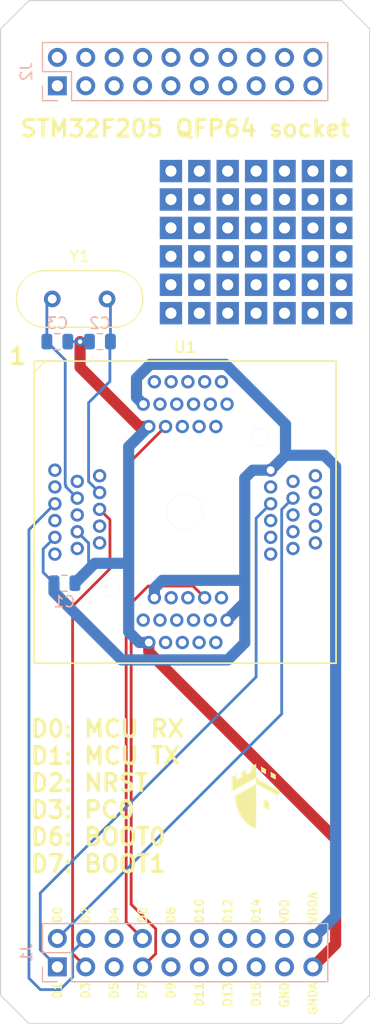
<source format=kicad_pcb>
(kicad_pcb (version 20171130) (host pcbnew 5.0.2-bee76a0~70~ubuntu18.04.1)

  (general
    (thickness 1.6)
    (drawings 31)
    (tracks 103)
    (zones 0)
    (modules 50)
    (nets 133)
  )

  (page A4)
  (title_block
    (title "Scaffold STM32F205 daughterboard")
    (date 2019-07-22)
    (company "LEDGER SAS")
    (comment 1 "Under LGPL v3 license")
  )

  (layers
    (0 F.Cu signal)
    (31 B.Cu signal)
    (32 B.Adhes user)
    (33 F.Adhes user)
    (34 B.Paste user)
    (35 F.Paste user)
    (36 B.SilkS user)
    (37 F.SilkS user)
    (38 B.Mask user)
    (39 F.Mask user)
    (40 Dwgs.User user)
    (41 Cmts.User user)
    (42 Eco1.User user)
    (43 Eco2.User user)
    (44 Edge.Cuts user)
    (45 Margin user)
    (46 B.CrtYd user)
    (47 F.CrtYd user)
    (48 B.Fab user hide)
    (49 F.Fab user hide)
  )

  (setup
    (last_trace_width 0.25)
    (trace_clearance 0.2)
    (zone_clearance 0.508)
    (zone_45_only no)
    (trace_min 0.2)
    (segment_width 0.2)
    (edge_width 0.1)
    (via_size 0.8)
    (via_drill 0.4)
    (via_min_size 0.4)
    (via_min_drill 0.3)
    (uvia_size 0.3)
    (uvia_drill 0.1)
    (uvias_allowed no)
    (uvia_min_size 0.2)
    (uvia_min_drill 0.1)
    (pcb_text_width 0.3)
    (pcb_text_size 1.5 1.5)
    (mod_edge_width 0.15)
    (mod_text_size 1 1)
    (mod_text_width 0.15)
    (pad_size 1.5 1.5)
    (pad_drill 0.6)
    (pad_to_mask_clearance 0)
    (solder_mask_min_width 0.25)
    (aux_axis_origin 0 0)
    (visible_elements FFFFFF7F)
    (pcbplotparams
      (layerselection 0x010fc_ffffffff)
      (usegerberextensions false)
      (usegerberattributes false)
      (usegerberadvancedattributes false)
      (creategerberjobfile false)
      (excludeedgelayer true)
      (linewidth 0.100000)
      (plotframeref false)
      (viasonmask false)
      (mode 1)
      (useauxorigin false)
      (hpglpennumber 1)
      (hpglpenspeed 20)
      (hpglpendiameter 15.000000)
      (psnegative false)
      (psa4output false)
      (plotreference true)
      (plotvalue true)
      (plotinvisibletext false)
      (padsonsilk false)
      (subtractmaskfromsilk false)
      (outputformat 1)
      (mirror false)
      (drillshape 0)
      (scaleselection 1)
      (outputdirectory "gerber"))
  )

  (net 0 "")
  (net 1 "Net-(U1-Pad49)")
  (net 2 "Net-(U1-Pad50)")
  (net 3 "Net-(U1-Pad51)")
  (net 4 "Net-(U1-Pad54)")
  (net 5 "Net-(U1-Pad53)")
  (net 6 "Net-(U1-Pad52)")
  (net 7 "Net-(U1-Pad57)")
  (net 8 "Net-(U1-Pad55)")
  (net 9 "Net-(U1-Pad56)")
  (net 10 "Net-(U1-Pad58)")
  (net 11 "Net-(U1-Pad59)")
  (net 12 /D6_BOOT0)
  (net 13 GNDA)
  (net 14 "Net-(U1-Pad62)")
  (net 15 "Net-(U1-Pad61)")
  (net 16 +3V3)
  (net 17 "Net-(U1-Pad21)")
  (net 18 "Net-(U1-Pad27)")
  (net 19 "Net-(U1-Pad29)")
  (net 20 "Net-(U1-Pad30)")
  (net 21 "Net-(U1-Pad22)")
  (net 22 "Net-(U1-Pad23)")
  (net 23 "Net-(U1-Pad31)")
  (net 24 /D7_BOOT1)
  (net 25 "Net-(U1-Pad26)")
  (net 26 "Net-(U1-Pad25)")
  (net 27 "Net-(U1-Pad17)")
  (net 28 "Net-(U1-Pad24)")
  (net 29 "Net-(U1-Pad20)")
  (net 30 "Net-(U1-Pad45)")
  (net 31 /D1_MCU_TX)
  (net 32 "Net-(U1-Pad39)")
  (net 33 "Net-(U1-Pad36)")
  (net 34 "Net-(U1-Pad33)")
  (net 35 "Net-(U1-Pad37)")
  (net 36 "Net-(U1-Pad46)")
  (net 37 "Net-(U1-Pad40)")
  (net 38 /D0_MCU_RX)
  (net 39 "Net-(U1-Pad34)")
  (net 40 "Net-(U1-Pad47)")
  (net 41 "Net-(U1-Pad41)")
  (net 42 "Net-(U1-Pad44)")
  (net 43 "Net-(U1-Pad35)")
  (net 44 "Net-(U1-Pad38)")
  (net 45 "Net-(U1-Pad10)")
  (net 46 "Net-(C2-Pad2)")
  (net 47 "Net-(U1-Pad14)")
  (net 48 "Net-(U1-Pad11)")
  (net 49 "Net-(U1-Pad16)")
  (net 50 "Net-(U1-Pad1)")
  (net 51 /D2_NRST)
  (net 52 "Net-(U1-Pad4)")
  (net 53 "Net-(U1-Pad2)")
  (net 54 /D3_MCU_PC0)
  (net 55 "Net-(U1-Pad3)")
  (net 56 "Net-(U1-Pad9)")
  (net 57 "Net-(C3-Pad2)")
  (net 58 "Net-(U1-Pad15)")
  (net 59 "Net-(J1-Pad5)")
  (net 60 "Net-(J1-Pad6)")
  (net 61 "Net-(J1-Pad9)")
  (net 62 "Net-(J1-Pad10)")
  (net 63 "Net-(J1-Pad11)")
  (net 64 "Net-(J1-Pad12)")
  (net 65 "Net-(J1-Pad13)")
  (net 66 "Net-(J1-Pad14)")
  (net 67 "Net-(J1-Pad15)")
  (net 68 "Net-(J1-Pad16)")
  (net 69 "Net-(J1-Pad18)")
  (net 70 GND)
  (net 71 "Net-(J2-Pad18)")
  (net 72 "Net-(J2-Pad16)")
  (net 73 "Net-(J2-Pad15)")
  (net 74 "Net-(J2-Pad14)")
  (net 75 "Net-(J2-Pad13)")
  (net 76 "Net-(J2-Pad12)")
  (net 77 "Net-(J2-Pad11)")
  (net 78 "Net-(J2-Pad10)")
  (net 79 "Net-(J2-Pad9)")
  (net 80 "Net-(J2-Pad6)")
  (net 81 "Net-(J2-Pad5)")
  (net 82 "Net-(J2-Pad17)")
  (net 83 "Net-(J2-Pad8)")
  (net 84 "Net-(J2-Pad7)")
  (net 85 "Net-(J2-Pad4)")
  (net 86 "Net-(J2-Pad3)")
  (net 87 "Net-(J2-Pad2)")
  (net 88 "Net-(J2-Pad1)")
  (net 89 "Net-(J2-Pad20)")
  (net 90 "Net-(J2-Pad19)")
  (net 91 "Net-(TP8-Pad1)")
  (net 92 "Net-(TP30-Pad1)")
  (net 93 "Net-(TP42-Pad1)")
  (net 94 "Net-(TP41-Pad1)")
  (net 95 "Net-(TP40-Pad1)")
  (net 96 "Net-(TP1-Pad1)")
  (net 97 "Net-(TP2-Pad1)")
  (net 98 "Net-(TP3-Pad1)")
  (net 99 "Net-(TP4-Pad1)")
  (net 100 "Net-(TP5-Pad1)")
  (net 101 "Net-(TP6-Pad1)")
  (net 102 "Net-(TP7-Pad1)")
  (net 103 "Net-(TP9-Pad1)")
  (net 104 "Net-(TP10-Pad1)")
  (net 105 "Net-(TP11-Pad1)")
  (net 106 "Net-(TP12-Pad1)")
  (net 107 "Net-(TP13-Pad1)")
  (net 108 "Net-(TP14-Pad1)")
  (net 109 "Net-(TP15-Pad1)")
  (net 110 "Net-(TP16-Pad1)")
  (net 111 "Net-(TP18-Pad1)")
  (net 112 "Net-(TP38-Pad1)")
  (net 113 "Net-(TP19-Pad1)")
  (net 114 "Net-(TP20-Pad1)")
  (net 115 "Net-(TP21-Pad1)")
  (net 116 "Net-(TP22-Pad1)")
  (net 117 "Net-(TP23-Pad1)")
  (net 118 "Net-(TP24-Pad1)")
  (net 119 "Net-(TP25-Pad1)")
  (net 120 "Net-(TP26-Pad1)")
  (net 121 "Net-(TP27-Pad1)")
  (net 122 "Net-(TP28-Pad1)")
  (net 123 "Net-(TP17-Pad1)")
  (net 124 "Net-(TP39-Pad1)")
  (net 125 "Net-(TP37-Pad1)")
  (net 126 "Net-(TP36-Pad1)")
  (net 127 "Net-(TP35-Pad1)")
  (net 128 "Net-(TP34-Pad1)")
  (net 129 "Net-(TP33-Pad1)")
  (net 130 "Net-(TP32-Pad1)")
  (net 131 "Net-(TP31-Pad1)")
  (net 132 "Net-(TP29-Pad1)")

  (net_class Default "This is the default net class."
    (clearance 0.2)
    (trace_width 0.25)
    (via_dia 0.8)
    (via_drill 0.4)
    (uvia_dia 0.3)
    (uvia_drill 0.1)
    (add_net +3V3)
    (add_net /D0_MCU_RX)
    (add_net /D1_MCU_TX)
    (add_net /D2_NRST)
    (add_net /D3_MCU_PC0)
    (add_net /D6_BOOT0)
    (add_net /D7_BOOT1)
    (add_net GND)
    (add_net GNDA)
    (add_net "Net-(C2-Pad2)")
    (add_net "Net-(C3-Pad2)")
    (add_net "Net-(J1-Pad10)")
    (add_net "Net-(J1-Pad11)")
    (add_net "Net-(J1-Pad12)")
    (add_net "Net-(J1-Pad13)")
    (add_net "Net-(J1-Pad14)")
    (add_net "Net-(J1-Pad15)")
    (add_net "Net-(J1-Pad16)")
    (add_net "Net-(J1-Pad18)")
    (add_net "Net-(J1-Pad5)")
    (add_net "Net-(J1-Pad6)")
    (add_net "Net-(J1-Pad9)")
    (add_net "Net-(J2-Pad1)")
    (add_net "Net-(J2-Pad10)")
    (add_net "Net-(J2-Pad11)")
    (add_net "Net-(J2-Pad12)")
    (add_net "Net-(J2-Pad13)")
    (add_net "Net-(J2-Pad14)")
    (add_net "Net-(J2-Pad15)")
    (add_net "Net-(J2-Pad16)")
    (add_net "Net-(J2-Pad17)")
    (add_net "Net-(J2-Pad18)")
    (add_net "Net-(J2-Pad19)")
    (add_net "Net-(J2-Pad2)")
    (add_net "Net-(J2-Pad20)")
    (add_net "Net-(J2-Pad3)")
    (add_net "Net-(J2-Pad4)")
    (add_net "Net-(J2-Pad5)")
    (add_net "Net-(J2-Pad6)")
    (add_net "Net-(J2-Pad7)")
    (add_net "Net-(J2-Pad8)")
    (add_net "Net-(J2-Pad9)")
    (add_net "Net-(TP1-Pad1)")
    (add_net "Net-(TP10-Pad1)")
    (add_net "Net-(TP11-Pad1)")
    (add_net "Net-(TP12-Pad1)")
    (add_net "Net-(TP13-Pad1)")
    (add_net "Net-(TP14-Pad1)")
    (add_net "Net-(TP15-Pad1)")
    (add_net "Net-(TP16-Pad1)")
    (add_net "Net-(TP17-Pad1)")
    (add_net "Net-(TP18-Pad1)")
    (add_net "Net-(TP19-Pad1)")
    (add_net "Net-(TP2-Pad1)")
    (add_net "Net-(TP20-Pad1)")
    (add_net "Net-(TP21-Pad1)")
    (add_net "Net-(TP22-Pad1)")
    (add_net "Net-(TP23-Pad1)")
    (add_net "Net-(TP24-Pad1)")
    (add_net "Net-(TP25-Pad1)")
    (add_net "Net-(TP26-Pad1)")
    (add_net "Net-(TP27-Pad1)")
    (add_net "Net-(TP28-Pad1)")
    (add_net "Net-(TP29-Pad1)")
    (add_net "Net-(TP3-Pad1)")
    (add_net "Net-(TP30-Pad1)")
    (add_net "Net-(TP31-Pad1)")
    (add_net "Net-(TP32-Pad1)")
    (add_net "Net-(TP33-Pad1)")
    (add_net "Net-(TP34-Pad1)")
    (add_net "Net-(TP35-Pad1)")
    (add_net "Net-(TP36-Pad1)")
    (add_net "Net-(TP37-Pad1)")
    (add_net "Net-(TP38-Pad1)")
    (add_net "Net-(TP39-Pad1)")
    (add_net "Net-(TP4-Pad1)")
    (add_net "Net-(TP40-Pad1)")
    (add_net "Net-(TP41-Pad1)")
    (add_net "Net-(TP42-Pad1)")
    (add_net "Net-(TP5-Pad1)")
    (add_net "Net-(TP6-Pad1)")
    (add_net "Net-(TP7-Pad1)")
    (add_net "Net-(TP8-Pad1)")
    (add_net "Net-(TP9-Pad1)")
    (add_net "Net-(U1-Pad1)")
    (add_net "Net-(U1-Pad10)")
    (add_net "Net-(U1-Pad11)")
    (add_net "Net-(U1-Pad14)")
    (add_net "Net-(U1-Pad15)")
    (add_net "Net-(U1-Pad16)")
    (add_net "Net-(U1-Pad17)")
    (add_net "Net-(U1-Pad2)")
    (add_net "Net-(U1-Pad20)")
    (add_net "Net-(U1-Pad21)")
    (add_net "Net-(U1-Pad22)")
    (add_net "Net-(U1-Pad23)")
    (add_net "Net-(U1-Pad24)")
    (add_net "Net-(U1-Pad25)")
    (add_net "Net-(U1-Pad26)")
    (add_net "Net-(U1-Pad27)")
    (add_net "Net-(U1-Pad29)")
    (add_net "Net-(U1-Pad3)")
    (add_net "Net-(U1-Pad30)")
    (add_net "Net-(U1-Pad31)")
    (add_net "Net-(U1-Pad33)")
    (add_net "Net-(U1-Pad34)")
    (add_net "Net-(U1-Pad35)")
    (add_net "Net-(U1-Pad36)")
    (add_net "Net-(U1-Pad37)")
    (add_net "Net-(U1-Pad38)")
    (add_net "Net-(U1-Pad39)")
    (add_net "Net-(U1-Pad4)")
    (add_net "Net-(U1-Pad40)")
    (add_net "Net-(U1-Pad41)")
    (add_net "Net-(U1-Pad44)")
    (add_net "Net-(U1-Pad45)")
    (add_net "Net-(U1-Pad46)")
    (add_net "Net-(U1-Pad47)")
    (add_net "Net-(U1-Pad49)")
    (add_net "Net-(U1-Pad50)")
    (add_net "Net-(U1-Pad51)")
    (add_net "Net-(U1-Pad52)")
    (add_net "Net-(U1-Pad53)")
    (add_net "Net-(U1-Pad54)")
    (add_net "Net-(U1-Pad55)")
    (add_net "Net-(U1-Pad56)")
    (add_net "Net-(U1-Pad57)")
    (add_net "Net-(U1-Pad58)")
    (add_net "Net-(U1-Pad59)")
    (add_net "Net-(U1-Pad61)")
    (add_net "Net-(U1-Pad62)")
    (add_net "Net-(U1-Pad9)")
  )

  (module mykicadlibs:donjon-2000 (layer F.Cu) (tedit 0) (tstamp 5D49859B)
    (at 68.58 139.7)
    (path /5C595236)
    (fp_text reference LOGO1 (at 0 0) (layer F.SilkS) hide
      (effects (font (size 1.524 1.524) (thickness 0.3)))
    )
    (fp_text value DUNGEON_LOGO (at 0.75 0) (layer F.SilkS) hide
      (effects (font (size 1.524 1.524) (thickness 0.3)))
    )
    (fp_poly (pts (xy 0 0.894903) (xy 0 2.8956) (xy -0.034925 2.895367) (xy -0.062166 2.890507)
      (xy -0.105083 2.877722) (xy -0.15613 2.859371) (xy -0.1778 2.850727) (xy -0.358814 2.763797)
      (xy -0.538665 2.652773) (xy -0.71551 2.518949) (xy -0.887504 2.363621) (xy -0.926266 2.324906)
      (xy -1.112391 2.117539) (xy -1.279996 1.893433) (xy -1.42843 1.653902) (xy -1.557039 1.400262)
      (xy -1.665169 1.133827) (xy -1.752167 0.855914) (xy -1.817381 0.567836) (xy -1.827553 0.510293)
      (xy -1.835444 0.45773) (xy -1.8437 0.392725) (xy -1.85195 0.319507) (xy -1.859819 0.242307)
      (xy -1.866935 0.165353) (xy -1.872926 0.092876) (xy -1.877417 0.029106) (xy -1.880037 -0.021728)
      (xy -1.880412 -0.055395) (xy -1.878502 -0.067538) (xy -1.866767 -0.074213) (xy -1.834801 -0.092064)
      (xy -1.784605 -0.119984) (xy -1.71818 -0.156866) (xy -1.637528 -0.201602) (xy -1.544649 -0.253086)
      (xy -1.441545 -0.31021) (xy -1.330217 -0.371867) (xy -1.212667 -0.43695) (xy -1.090894 -0.504351)
      (xy -0.966902 -0.572963) (xy -0.842689 -0.64168) (xy -0.720259 -0.709393) (xy -0.601612 -0.774996)
      (xy -0.488749 -0.837381) (xy -0.383672 -0.895441) (xy -0.288382 -0.948069) (xy -0.204879 -0.994158)
      (xy -0.135165 -1.0326) (xy -0.081241 -1.062289) (xy -0.045109 -1.082116) (xy -0.02877 -1.090975)
      (xy -0.028575 -1.091076) (xy -0.000001 -1.105794) (xy 0 0.894903)) (layer F.SilkS) (width 0.01))
    (fp_poly (pts (xy 0.914236 0.344237) (xy 0.974478 0.371905) (xy 1.033178 0.418017) (xy 1.087583 0.481291)
      (xy 1.134943 0.560447) (xy 1.136688 0.564) (xy 1.159039 0.614309) (xy 1.175684 0.664025)
      (xy 1.187193 0.717688) (xy 1.194133 0.77984) (xy 1.197076 0.855022) (xy 1.19659 0.947775)
      (xy 1.194525 1.02529) (xy 1.18745 1.24413) (xy 0.6708 1.00965) (xy 0.676716 0.762)
      (xy 0.679784 0.662088) (xy 0.68414 0.583805) (xy 0.690533 0.523388) (xy 0.69971 0.47707)
      (xy 0.712422 0.441087) (xy 0.729417 0.411674) (xy 0.751444 0.385067) (xy 0.751773 0.384716)
      (xy 0.800132 0.349361) (xy 0.855204 0.336296) (xy 0.914236 0.344237)) (layer F.SilkS) (width 0.01))
    (fp_poly (pts (xy 0.02577 -1.606927) (xy 0.058501 -1.589693) (xy 0.109714 -1.562228) (xy 0.177538 -1.52556)
      (xy 0.260097 -1.480717) (xy 0.35552 -1.42873) (xy 0.461933 -1.370626) (xy 0.577463 -1.307435)
      (xy 0.700237 -1.240185) (xy 0.828381 -1.169906) (xy 0.960023 -1.097625) (xy 1.093289 -1.024373)
      (xy 1.226306 -0.951178) (xy 1.357202 -0.879068) (xy 1.484102 -0.809073) (xy 1.605134 -0.742222)
      (xy 1.718424 -0.679543) (xy 1.822099 -0.622065) (xy 1.914287 -0.570817) (xy 1.993114 -0.526828)
      (xy 2.056707 -0.491127) (xy 2.08915 -0.472759) (xy 2.129821 -0.44804) (xy 2.159448 -0.426991)
      (xy 2.173081 -0.413236) (xy 2.173328 -0.411113) (xy 2.163354 -0.397256) (xy 2.140233 -0.368959)
      (xy 2.10728 -0.330006) (xy 2.067814 -0.28418) (xy 2.025151 -0.235263) (xy 1.982609 -0.187039)
      (xy 1.943504 -0.143292) (xy 1.911153 -0.107805) (xy 1.888875 -0.08436) (xy 1.880106 -0.07668)
      (xy 1.868218 -0.082779) (xy 1.835772 -0.100326) (xy 1.784401 -0.128416) (xy 1.715744 -0.166147)
      (xy 1.631434 -0.212615) (xy 1.533109 -0.266918) (xy 1.422405 -0.328152) (xy 1.300956 -0.395414)
      (xy 1.1704 -0.467801) (xy 1.032371 -0.544409) (xy 0.9398 -0.59583) (xy 0.00635 -1.1145)
      (xy 0.002906 -1.3637) (xy 0.002133 -1.458996) (xy 0.002828 -1.530238) (xy 0.005047 -1.578733)
      (xy 0.008844 -1.605787) (xy 0.013394 -1.6129) (xy 0.02577 -1.606927)) (layer F.SilkS) (width 0.01))
    (fp_poly (pts (xy -0.003057 -2.268833) (xy -0.002598 -2.144146) (xy -0.002532 -2.027225) (xy -0.002833 -1.920516)
      (xy -0.003478 -1.826467) (xy -0.004443 -1.747524) (xy -0.005702 -1.686135) (xy -0.007234 -1.644747)
      (xy -0.009012 -1.625806) (xy -0.009407 -1.624916) (xy -0.021845 -1.61754) (xy -0.054681 -1.598963)
      (xy -0.106052 -1.570213) (xy -0.174092 -1.532317) (xy -0.256937 -1.486304) (xy -0.352724 -1.433201)
      (xy -0.459588 -1.374036) (xy -0.575665 -1.309837) (xy -0.699091 -1.241632) (xy -0.828001 -1.170448)
      (xy -0.960532 -1.097314) (xy -1.094818 -1.023257) (xy -1.228997 -0.949305) (xy -1.361203 -0.876486)
      (xy -1.489572 -0.805827) (xy -1.612241 -0.738358) (xy -1.727345 -0.675104) (xy -1.833019 -0.617095)
      (xy -1.9274 -0.565358) (xy -2.008624 -0.52092) (xy -2.074825 -0.484811) (xy -2.124141 -0.458057)
      (xy -2.154706 -0.441686) (xy -2.164444 -0.436741) (xy -2.169006 -0.436902) (xy -2.172823 -0.442532)
      (xy -2.175959 -0.45565) (xy -2.178481 -0.478273) (xy -2.180453 -0.512418) (xy -2.181941 -0.560103)
      (xy -2.183009 -0.623344) (xy -2.183724 -0.704159) (xy -2.184151 -0.804566) (xy -2.184354 -0.926581)
      (xy -2.1844 -1.053319) (xy -2.1844 -1.677555) (xy -2.155825 -1.705942) (xy -2.134545 -1.722182)
      (xy -2.096795 -1.746386) (xy -2.047346 -1.775922) (xy -1.990969 -1.808158) (xy -1.932435 -1.840461)
      (xy -1.876514 -1.870199) (xy -1.827978 -1.89474) (xy -1.791596 -1.911451) (xy -1.77214 -1.9177)
      (xy -1.772041 -1.917701) (xy -1.76476 -1.914598) (xy -1.759519 -1.903012) (xy -1.755999 -1.879525)
      (xy -1.753884 -1.840721) (xy -1.752857 -1.783181) (xy -1.7526 -1.70815) (xy -1.75215 -1.638412)
      (xy -1.750902 -1.578504) (xy -1.749015 -1.532611) (xy -1.746645 -1.504919) (xy -1.744729 -1.4986)
      (xy -1.731652 -1.504436) (xy -1.69991 -1.520686) (xy -1.653059 -1.545468) (xy -1.594659 -1.576898)
      (xy -1.528266 -1.613092) (xy -1.522827 -1.616075) (xy -1.308797 -1.73355) (xy -1.308449 -1.94345)
      (xy -1.307787 -2.027181) (xy -1.305933 -2.089043) (xy -1.302607 -2.132548) (xy -1.297527 -2.161211)
      (xy -1.290414 -2.178545) (xy -1.289577 -2.179795) (xy -1.271763 -2.195661) (xy -1.236939 -2.21936)
      (xy -1.189671 -2.2484) (xy -1.134523 -2.28029) (xy -1.076059 -2.312539) (xy -1.018844 -2.342656)
      (xy -0.967443 -2.368149) (xy -0.926421 -2.386528) (xy -0.90034 -2.395301) (xy -0.894534 -2.395395)
      (xy -0.887483 -2.388258) (xy -0.882436 -2.370838) (xy -0.879098 -2.339737) (xy -0.877176 -2.291557)
      (xy -0.876374 -2.222899) (xy -0.8763 -2.184799) (xy -0.87574 -2.116169) (xy -0.87419 -2.057477)
      (xy -0.87185 -2.012954) (xy -0.868917 -1.986833) (xy -0.866775 -1.981727) (xy -0.853198 -1.987825)
      (xy -0.821117 -2.004478) (xy -0.774142 -2.029745) (xy -0.715881 -2.061683) (xy -0.649945 -2.098351)
      (xy -0.6477 -2.099608) (xy -0.43815 -2.216963) (xy -0.4318 -2.435219) (xy -0.428988 -2.518102)
      (xy -0.425811 -2.579168) (xy -0.421866 -2.622001) (xy -0.416752 -2.650184) (xy -0.410067 -2.667301)
      (xy -0.405028 -2.673857) (xy -0.387438 -2.686628) (xy -0.351705 -2.709046) (xy -0.301998 -2.738619)
      (xy -0.242485 -2.772853) (xy -0.195478 -2.799224) (xy -0.00635 -2.904209) (xy -0.003057 -2.268833)) (layer F.SilkS) (width 0.01))
    (fp_poly (pts (xy 1.314163 -2.17854) (xy 1.344017 -2.162137) (xy 1.38941 -2.13705) (xy 1.447017 -2.105117)
      (xy 1.513514 -2.068176) (xy 1.529763 -2.059139) (xy 1.754929 -1.933877) (xy 1.753207 -1.719915)
      (xy 1.752455 -1.649106) (xy 1.751459 -1.5878) (xy 1.750315 -1.540225) (xy 1.74912 -1.510605)
      (xy 1.748236 -1.502703) (xy 1.73665 -1.507503) (xy 1.706291 -1.522795) (xy 1.660605 -1.546768)
      (xy 1.603042 -1.577609) (xy 1.537048 -1.613508) (xy 1.529718 -1.617525) (xy 1.31445 -1.735596)
      (xy 1.3081 -1.960018) (xy 1.30613 -2.032319) (xy 1.30457 -2.094935) (xy 1.303508 -2.143823)
      (xy 1.303033 -2.174943) (xy 1.303173 -2.18442) (xy 1.314163 -2.17854)) (layer F.SilkS) (width 0.01))
    (fp_poly (pts (xy 0.439282 -2.661099) (xy 0.470744 -2.644605) (xy 0.517646 -2.619335) (xy 0.576626 -2.587105)
      (xy 0.644322 -2.549731) (xy 0.666852 -2.537218) (xy 0.75421 -2.4878) (xy 0.81934 -2.449048)
      (xy 0.862875 -2.420552) (xy 0.885445 -2.401904) (xy 0.888579 -2.393444) (xy 0.884372 -2.376466)
      (xy 0.88038 -2.3388) (xy 0.876937 -2.285159) (xy 0.874379 -2.220255) (xy 0.873459 -2.180815)
      (xy 0.86995 -1.982176) (xy 0.4445 -2.215898) (xy 0.4445 -2.408873) (xy 0.443702 -2.478923)
      (xy 0.441508 -2.542167) (xy 0.438212 -2.593204) (xy 0.434113 -2.626637) (xy 0.432114 -2.634424)
      (xy 0.425303 -2.657968) (xy 0.42662 -2.667) (xy 0.439282 -2.661099)) (layer F.SilkS) (width 0.01))
  )

  (module mykicadlibs:TEST_BREADBOARD_RECTANGULAR (layer F.Cu) (tedit 5D35D74F) (tstamp 5D49791F)
    (at 71.12 88.9)
    (path /5D4A2826)
    (fp_text reference TP29 (at 0 0.5) (layer F.SilkS) hide
      (effects (font (size 1 1) (thickness 0.15)))
    )
    (fp_text value TestPoint (at 0 -0.5) (layer F.Fab) hide
      (effects (font (size 1 1) (thickness 0.15)))
    )
    (pad 1 thru_hole rect (at 0 0) (size 2 2) (drill 1) (layers *.Cu *.Mask)
      (net 132 "Net-(TP29-Pad1)"))
  )

  (module mykicadlibs:TEST_BREADBOARD_RECTANGULAR (layer F.Cu) (tedit 5D35D74F) (tstamp 5D49791A)
    (at 76.2 88.9)
    (path /5D49B903)
    (fp_text reference TP31 (at 0 0.5) (layer F.SilkS) hide
      (effects (font (size 1 1) (thickness 0.15)))
    )
    (fp_text value TestPoint (at 0 -0.5) (layer F.Fab) hide
      (effects (font (size 1 1) (thickness 0.15)))
    )
    (pad 1 thru_hole rect (at 0 0) (size 2 2) (drill 1) (layers *.Cu *.Mask)
      (net 131 "Net-(TP31-Pad1)"))
  )

  (module mykicadlibs:TEST_BREADBOARD_RECTANGULAR (layer F.Cu) (tedit 5D35D74F) (tstamp 5D497915)
    (at 76.2 91.44)
    (path /5D4A0F11)
    (fp_text reference TP32 (at 0 0.5) (layer F.SilkS) hide
      (effects (font (size 1 1) (thickness 0.15)))
    )
    (fp_text value TestPoint (at 0 -0.5) (layer F.Fab) hide
      (effects (font (size 1 1) (thickness 0.15)))
    )
    (pad 1 thru_hole rect (at 0 0) (size 2 2) (drill 1) (layers *.Cu *.Mask)
      (net 130 "Net-(TP32-Pad1)"))
  )

  (module mykicadlibs:TEST_BREADBOARD_RECTANGULAR (layer F.Cu) (tedit 5D35D74F) (tstamp 5D497910)
    (at 66.04 88.9)
    (path /5D4A1B86)
    (fp_text reference TP33 (at 0 0.5) (layer F.SilkS) hide
      (effects (font (size 1 1) (thickness 0.15)))
    )
    (fp_text value TestPoint (at 0 -0.5) (layer F.Fab) hide
      (effects (font (size 1 1) (thickness 0.15)))
    )
    (pad 1 thru_hole rect (at 0 0) (size 2 2) (drill 1) (layers *.Cu *.Mask)
      (net 129 "Net-(TP33-Pad1)"))
  )

  (module mykicadlibs:TEST_BREADBOARD_RECTANGULAR (layer F.Cu) (tedit 5D35D74F) (tstamp 5D49790B)
    (at 73.66 88.9)
    (path /5D4A1BB7)
    (fp_text reference TP34 (at 0 0.5) (layer F.SilkS) hide
      (effects (font (size 1 1) (thickness 0.15)))
    )
    (fp_text value TestPoint (at 0 -0.5) (layer F.Fab) hide
      (effects (font (size 1 1) (thickness 0.15)))
    )
    (pad 1 thru_hole rect (at 0 0) (size 2 2) (drill 1) (layers *.Cu *.Mask)
      (net 128 "Net-(TP34-Pad1)"))
  )

  (module mykicadlibs:TEST_BREADBOARD_RECTANGULAR (layer F.Cu) (tedit 5D35D74F) (tstamp 5D497906)
    (at 63.5 91.44)
    (path /5D4A282C)
    (fp_text reference TP35 (at 0 0.5) (layer F.SilkS) hide
      (effects (font (size 1 1) (thickness 0.15)))
    )
    (fp_text value TestPoint (at 0 -0.5) (layer F.Fab) hide
      (effects (font (size 1 1) (thickness 0.15)))
    )
    (pad 1 thru_hole rect (at 0 0) (size 2 2) (drill 1) (layers *.Cu *.Mask)
      (net 127 "Net-(TP35-Pad1)"))
  )

  (module mykicadlibs:TEST_BREADBOARD_RECTANGULAR (layer F.Cu) (tedit 5D35D74F) (tstamp 5D497901)
    (at 73.66 91.44)
    (path /5D4A285D)
    (fp_text reference TP36 (at 0 0.5) (layer F.SilkS) hide
      (effects (font (size 1 1) (thickness 0.15)))
    )
    (fp_text value TestPoint (at 0 -0.5) (layer F.Fab) hide
      (effects (font (size 1 1) (thickness 0.15)))
    )
    (pad 1 thru_hole rect (at 0 0) (size 2 2) (drill 1) (layers *.Cu *.Mask)
      (net 126 "Net-(TP36-Pad1)"))
  )

  (module mykicadlibs:TEST_BREADBOARD_RECTANGULAR (layer F.Cu) (tedit 5D35D74F) (tstamp 5D4978FC)
    (at 63.5 88.9)
    (path /5D49B91E)
    (fp_text reference TP37 (at 0 0.5) (layer F.SilkS) hide
      (effects (font (size 1 1) (thickness 0.15)))
    )
    (fp_text value TestPoint (at 0 -0.5) (layer F.Fab) hide
      (effects (font (size 1 1) (thickness 0.15)))
    )
    (pad 1 thru_hole rect (at 0 0) (size 2 2) (drill 1) (layers *.Cu *.Mask)
      (net 125 "Net-(TP37-Pad1)"))
  )

  (module mykicadlibs:TEST_BREADBOARD_RECTANGULAR (layer F.Cu) (tedit 5D35D74F) (tstamp 5D4978F7)
    (at 68.58 88.9)
    (path /5D4A1B8C)
    (fp_text reference TP39 (at 0 0.5) (layer F.SilkS) hide
      (effects (font (size 1 1) (thickness 0.15)))
    )
    (fp_text value TestPoint (at 0 -0.5) (layer F.Fab) hide
      (effects (font (size 1 1) (thickness 0.15)))
    )
    (pad 1 thru_hole rect (at 0 0) (size 2 2) (drill 1) (layers *.Cu *.Mask)
      (net 124 "Net-(TP39-Pad1)"))
  )

  (module mykicadlibs:TEST_BREADBOARD_RECTANGULAR (layer F.Cu) (tedit 5D35D74F) (tstamp 5D4978F2)
    (at 68.58 91.44)
    (path /5D4A281A)
    (fp_text reference TP17 (at 0 0.5) (layer F.SilkS) hide
      (effects (font (size 1 1) (thickness 0.15)))
    )
    (fp_text value TestPoint (at 0 -0.5) (layer F.Fab) hide
      (effects (font (size 1 1) (thickness 0.15)))
    )
    (pad 1 thru_hole rect (at 0 0) (size 2 2) (drill 1) (layers *.Cu *.Mask)
      (net 123 "Net-(TP17-Pad1)"))
  )

  (module mykicadlibs:TEST_BREADBOARD_RECTANGULAR (layer F.Cu) (tedit 5D35D74F) (tstamp 5D4978ED)
    (at 76.2 93.98)
    (path /5D4A1BB1)
    (fp_text reference TP28 (at 0 0.5) (layer F.SilkS) hide
      (effects (font (size 1 1) (thickness 0.15)))
    )
    (fp_text value TestPoint (at 0 -0.5) (layer F.Fab) hide
      (effects (font (size 1 1) (thickness 0.15)))
    )
    (pad 1 thru_hole rect (at 0 0) (size 2 2) (drill 1) (layers *.Cu *.Mask)
      (net 122 "Net-(TP28-Pad1)"))
  )

  (module mykicadlibs:TEST_BREADBOARD_RECTANGULAR (layer F.Cu) (tedit 5D35D74F) (tstamp 5D4978E8)
    (at 71.12 91.44)
    (path /5D4A1B80)
    (fp_text reference TP27 (at 0 0.5) (layer F.SilkS) hide
      (effects (font (size 1 1) (thickness 0.15)))
    )
    (fp_text value TestPoint (at 0 -0.5) (layer F.Fab) hide
      (effects (font (size 1 1) (thickness 0.15)))
    )
    (pad 1 thru_hole rect (at 0 0) (size 2 2) (drill 1) (layers *.Cu *.Mask)
      (net 121 "Net-(TP27-Pad1)"))
  )

  (module mykicadlibs:TEST_BREADBOARD_RECTANGULAR (layer F.Cu) (tedit 5D35D74F) (tstamp 5D4978E3)
    (at 60.96 88.9)
    (path /5D4A0F0B)
    (fp_text reference TP26 (at 0 0.5) (layer F.SilkS) hide
      (effects (font (size 1 1) (thickness 0.15)))
    )
    (fp_text value TestPoint (at 0 -0.5) (layer F.Fab) hide
      (effects (font (size 1 1) (thickness 0.15)))
    )
    (pad 1 thru_hole rect (at 0 0) (size 2 2) (drill 1) (layers *.Cu *.Mask)
      (net 120 "Net-(TP26-Pad1)"))
  )

  (module mykicadlibs:TEST_BREADBOARD_RECTANGULAR (layer F.Cu) (tedit 5D35D74F) (tstamp 5D4978DE)
    (at 76.2 86.36)
    (path /5D49B8E8)
    (fp_text reference TP25 (at 0 0.5) (layer F.SilkS) hide
      (effects (font (size 1 1) (thickness 0.15)))
    )
    (fp_text value TestPoint (at 0 -0.5) (layer F.Fab) hide
      (effects (font (size 1 1) (thickness 0.15)))
    )
    (pad 1 thru_hole rect (at 0 0) (size 2 2) (drill 1) (layers *.Cu *.Mask)
      (net 119 "Net-(TP25-Pad1)"))
  )

  (module mykicadlibs:TEST_BREADBOARD_RECTANGULAR (layer F.Cu) (tedit 5D35D74F) (tstamp 5D4978D9)
    (at 66.04 91.44)
    (path /5D4A2851)
    (fp_text reference TP24 (at 0 0.5) (layer F.SilkS) hide
      (effects (font (size 1 1) (thickness 0.15)))
    )
    (fp_text value TestPoint (at 0 -0.5) (layer F.Fab) hide
      (effects (font (size 1 1) (thickness 0.15)))
    )
    (pad 1 thru_hole rect (at 0 0) (size 2 2) (drill 1) (layers *.Cu *.Mask)
      (net 118 "Net-(TP24-Pad1)"))
  )

  (module mykicadlibs:TEST_BREADBOARD_RECTANGULAR (layer F.Cu) (tedit 5D35D74F) (tstamp 5D4978D4)
    (at 73.66 93.98)
    (path /5D4A2820)
    (fp_text reference TP23 (at 0 0.5) (layer F.SilkS) hide
      (effects (font (size 1 1) (thickness 0.15)))
    )
    (fp_text value TestPoint (at 0 -0.5) (layer F.Fab) hide
      (effects (font (size 1 1) (thickness 0.15)))
    )
    (pad 1 thru_hole rect (at 0 0) (size 2 2) (drill 1) (layers *.Cu *.Mask)
      (net 117 "Net-(TP23-Pad1)"))
  )

  (module mykicadlibs:TEST_BREADBOARD_RECTANGULAR (layer F.Cu) (tedit 5D35D74F) (tstamp 5D4978CF)
    (at 63.5 93.98)
    (path /5D4A1BAB)
    (fp_text reference TP22 (at 0 0.5) (layer F.SilkS) hide
      (effects (font (size 1 1) (thickness 0.15)))
    )
    (fp_text value TestPoint (at 0 -0.5) (layer F.Fab) hide
      (effects (font (size 1 1) (thickness 0.15)))
    )
    (pad 1 thru_hole rect (at 0 0) (size 2 2) (drill 1) (layers *.Cu *.Mask)
      (net 116 "Net-(TP22-Pad1)"))
  )

  (module mykicadlibs:TEST_BREADBOARD_RECTANGULAR (layer F.Cu) (tedit 5D35D74F) (tstamp 5D4978CA)
    (at 60.96 83.82)
    (path /5D4A1B7A)
    (fp_text reference TP21 (at 0 0.5) (layer F.SilkS) hide
      (effects (font (size 1 1) (thickness 0.15)))
    )
    (fp_text value TestPoint (at 0 -0.5) (layer F.Fab) hide
      (effects (font (size 1 1) (thickness 0.15)))
    )
    (pad 1 thru_hole rect (at 0 0) (size 2 2) (drill 1) (layers *.Cu *.Mask)
      (net 115 "Net-(TP21-Pad1)"))
  )

  (module mykicadlibs:TEST_BREADBOARD_RECTANGULAR (layer F.Cu) (tedit 5D35D74F) (tstamp 5D4978C5)
    (at 73.66 86.36)
    (path /5D4A0F05)
    (fp_text reference TP20 (at 0 0.5) (layer F.SilkS) hide
      (effects (font (size 1 1) (thickness 0.15)))
    )
    (fp_text value TestPoint (at 0 -0.5) (layer F.Fab) hide
      (effects (font (size 1 1) (thickness 0.15)))
    )
    (pad 1 thru_hole rect (at 0 0) (size 2 2) (drill 1) (layers *.Cu *.Mask)
      (net 114 "Net-(TP20-Pad1)"))
  )

  (module mykicadlibs:TEST_BREADBOARD_RECTANGULAR (layer F.Cu) (tedit 5D35D74F) (tstamp 5D4978C0)
    (at 60.96 91.44)
    (path /5D49B8CD)
    (fp_text reference TP19 (at 0 0.5) (layer F.SilkS) hide
      (effects (font (size 1 1) (thickness 0.15)))
    )
    (fp_text value TestPoint (at 0 -0.5) (layer F.Fab) hide
      (effects (font (size 1 1) (thickness 0.15)))
    )
    (pad 1 thru_hole rect (at 0 0) (size 2 2) (drill 1) (layers *.Cu *.Mask)
      (net 113 "Net-(TP19-Pad1)"))
  )

  (module mykicadlibs:TEST_BREADBOARD_RECTANGULAR (layer F.Cu) (tedit 5D35D74F) (tstamp 5D4978BB)
    (at 66.04 93.98)
    (path /5D4A0F17)
    (fp_text reference TP38 (at 0 0.5) (layer F.SilkS) hide
      (effects (font (size 1 1) (thickness 0.15)))
    )
    (fp_text value TestPoint (at 0 -0.5) (layer F.Fab) hide
      (effects (font (size 1 1) (thickness 0.15)))
    )
    (pad 1 thru_hole rect (at 0 0) (size 2 2) (drill 1) (layers *.Cu *.Mask)
      (net 112 "Net-(TP38-Pad1)"))
  )

  (module mykicadlibs:TEST_BREADBOARD_RECTANGULAR (layer F.Cu) (tedit 5D35D74F) (tstamp 5D4978B6)
    (at 60.96 93.98)
    (path /5D4A284B)
    (fp_text reference TP18 (at 0 0.5) (layer F.SilkS) hide
      (effects (font (size 1 1) (thickness 0.15)))
    )
    (fp_text value TestPoint (at 0 -0.5) (layer F.Fab) hide
      (effects (font (size 1 1) (thickness 0.15)))
    )
    (pad 1 thru_hole rect (at 0 0) (size 2 2) (drill 1) (layers *.Cu *.Mask)
      (net 111 "Net-(TP18-Pad1)"))
  )

  (module mykicadlibs:TEST_BREADBOARD_RECTANGULAR (layer F.Cu) (tedit 5D35D74F) (tstamp 5D4978B1)
    (at 63.5 83.82)
    (path /5D4A1BA5)
    (fp_text reference TP16 (at 0 0.5) (layer F.SilkS) hide
      (effects (font (size 1 1) (thickness 0.15)))
    )
    (fp_text value TestPoint (at 0 -0.5) (layer F.Fab) hide
      (effects (font (size 1 1) (thickness 0.15)))
    )
    (pad 1 thru_hole rect (at 0 0) (size 2 2) (drill 1) (layers *.Cu *.Mask)
      (net 110 "Net-(TP16-Pad1)"))
  )

  (module mykicadlibs:TEST_BREADBOARD_RECTANGULAR (layer F.Cu) (tedit 5D35D74F) (tstamp 5D4978AC)
    (at 71.12 86.36)
    (path /5D4A1B74)
    (fp_text reference TP15 (at 0 0.5) (layer F.SilkS) hide
      (effects (font (size 1 1) (thickness 0.15)))
    )
    (fp_text value TestPoint (at 0 -0.5) (layer F.Fab) hide
      (effects (font (size 1 1) (thickness 0.15)))
    )
    (pad 1 thru_hole rect (at 0 0) (size 2 2) (drill 1) (layers *.Cu *.Mask)
      (net 109 "Net-(TP15-Pad1)"))
  )

  (module mykicadlibs:TEST_BREADBOARD_RECTANGULAR (layer F.Cu) (tedit 5D35D74F) (tstamp 5D4978A7)
    (at 71.12 93.98)
    (path /5D4A0EFF)
    (fp_text reference TP14 (at 0 0.5) (layer F.SilkS) hide
      (effects (font (size 1 1) (thickness 0.15)))
    )
    (fp_text value TestPoint (at 0 -0.5) (layer F.Fab) hide
      (effects (font (size 1 1) (thickness 0.15)))
    )
    (pad 1 thru_hole rect (at 0 0) (size 2 2) (drill 1) (layers *.Cu *.Mask)
      (net 108 "Net-(TP14-Pad1)"))
  )

  (module mykicadlibs:TEST_BREADBOARD_RECTANGULAR (layer F.Cu) (tedit 5D35D74F) (tstamp 5D4978A2)
    (at 73.66 96.52)
    (path /5D49B8B2)
    (fp_text reference TP13 (at 0 0.5) (layer F.SilkS) hide
      (effects (font (size 1 1) (thickness 0.15)))
    )
    (fp_text value TestPoint (at 0 -0.5) (layer F.Fab) hide
      (effects (font (size 1 1) (thickness 0.15)))
    )
    (pad 1 thru_hole rect (at 0 0) (size 2 2) (drill 1) (layers *.Cu *.Mask)
      (net 107 "Net-(TP13-Pad1)"))
  )

  (module mykicadlibs:TEST_BREADBOARD_RECTANGULAR (layer F.Cu) (tedit 5D35D74F) (tstamp 5D49789D)
    (at 76.2 96.52)
    (path /5D4A2845)
    (fp_text reference TP12 (at 0 0.5) (layer F.SilkS) hide
      (effects (font (size 1 1) (thickness 0.15)))
    )
    (fp_text value TestPoint (at 0 -0.5) (layer F.Fab) hide
      (effects (font (size 1 1) (thickness 0.15)))
    )
    (pad 1 thru_hole rect (at 0 0) (size 2 2) (drill 1) (layers *.Cu *.Mask)
      (net 106 "Net-(TP12-Pad1)"))
  )

  (module mykicadlibs:TEST_BREADBOARD_RECTANGULAR (layer F.Cu) (tedit 5D35D74F) (tstamp 5D497898)
    (at 66.04 83.82)
    (path /5D4A2814)
    (fp_text reference TP11 (at 0 0.5) (layer F.SilkS) hide
      (effects (font (size 1 1) (thickness 0.15)))
    )
    (fp_text value TestPoint (at 0 -0.5) (layer F.Fab) hide
      (effects (font (size 1 1) (thickness 0.15)))
    )
    (pad 1 thru_hole rect (at 0 0) (size 2 2) (drill 1) (layers *.Cu *.Mask)
      (net 105 "Net-(TP11-Pad1)"))
  )

  (module mykicadlibs:TEST_BREADBOARD_RECTANGULAR (layer F.Cu) (tedit 5D35D74F) (tstamp 5D497893)
    (at 68.58 86.36)
    (path /5D4A1B9F)
    (fp_text reference TP10 (at 0 0.5) (layer F.SilkS) hide
      (effects (font (size 1 1) (thickness 0.15)))
    )
    (fp_text value TestPoint (at 0 -0.5) (layer F.Fab) hide
      (effects (font (size 1 1) (thickness 0.15)))
    )
    (pad 1 thru_hole rect (at 0 0) (size 2 2) (drill 1) (layers *.Cu *.Mask)
      (net 104 "Net-(TP10-Pad1)"))
  )

  (module mykicadlibs:TEST_BREADBOARD_RECTANGULAR (layer F.Cu) (tedit 5D35D74F) (tstamp 5D49788E)
    (at 68.58 93.98)
    (path /5D4A1B6E)
    (fp_text reference TP9 (at 0 0.5) (layer F.SilkS) hide
      (effects (font (size 1 1) (thickness 0.15)))
    )
    (fp_text value TestPoint (at 0 -0.5) (layer F.Fab) hide
      (effects (font (size 1 1) (thickness 0.15)))
    )
    (pad 1 thru_hole rect (at 0 0) (size 2 2) (drill 1) (layers *.Cu *.Mask)
      (net 103 "Net-(TP9-Pad1)"))
  )

  (module mykicadlibs:TEST_BREADBOARD_RECTANGULAR (layer F.Cu) (tedit 5D35D74F) (tstamp 5D497889)
    (at 71.12 96.52)
    (path /5D49B897)
    (fp_text reference TP7 (at 0 0.5) (layer F.SilkS) hide
      (effects (font (size 1 1) (thickness 0.15)))
    )
    (fp_text value TestPoint (at 0 -0.5) (layer F.Fab) hide
      (effects (font (size 1 1) (thickness 0.15)))
    )
    (pad 1 thru_hole rect (at 0 0) (size 2 2) (drill 1) (layers *.Cu *.Mask)
      (net 102 "Net-(TP7-Pad1)"))
  )

  (module mykicadlibs:TEST_BREADBOARD_RECTANGULAR (layer F.Cu) (tedit 5D35D74F) (tstamp 5D497884)
    (at 63.5 96.52)
    (path /5D4A283F)
    (fp_text reference TP6 (at 0 0.5) (layer F.SilkS) hide
      (effects (font (size 1 1) (thickness 0.15)))
    )
    (fp_text value TestPoint (at 0 -0.5) (layer F.Fab) hide
      (effects (font (size 1 1) (thickness 0.15)))
    )
    (pad 1 thru_hole rect (at 0 0) (size 2 2) (drill 1) (layers *.Cu *.Mask)
      (net 101 "Net-(TP6-Pad1)"))
  )

  (module mykicadlibs:TEST_BREADBOARD_RECTANGULAR (layer F.Cu) (tedit 5D35D74F) (tstamp 5D49787F)
    (at 68.58 83.82)
    (path /5D4A280E)
    (fp_text reference TP5 (at 0 0.5) (layer F.SilkS) hide
      (effects (font (size 1 1) (thickness 0.15)))
    )
    (fp_text value TestPoint (at 0 -0.5) (layer F.Fab) hide
      (effects (font (size 1 1) (thickness 0.15)))
    )
    (pad 1 thru_hole rect (at 0 0) (size 2 2) (drill 1) (layers *.Cu *.Mask)
      (net 100 "Net-(TP5-Pad1)"))
  )

  (module mykicadlibs:TEST_BREADBOARD_RECTANGULAR (layer F.Cu) (tedit 5D35D74F) (tstamp 5D49787A)
    (at 66.04 86.36)
    (path /5D4A1B99)
    (fp_text reference TP4 (at 0 0.5) (layer F.SilkS) hide
      (effects (font (size 1 1) (thickness 0.15)))
    )
    (fp_text value TestPoint (at 0 -0.5) (layer F.Fab) hide
      (effects (font (size 1 1) (thickness 0.15)))
    )
    (pad 1 thru_hole rect (at 0 0) (size 2 2) (drill 1) (layers *.Cu *.Mask)
      (net 99 "Net-(TP4-Pad1)"))
  )

  (module mykicadlibs:TEST_BREADBOARD_RECTANGULAR (layer F.Cu) (tedit 5D35D74F) (tstamp 5D497875)
    (at 68.58 96.52)
    (path /5D4A1B68)
    (fp_text reference TP3 (at 0 0.5) (layer F.SilkS) hide
      (effects (font (size 1 1) (thickness 0.15)))
    )
    (fp_text value TestPoint (at 0 -0.5) (layer F.Fab) hide
      (effects (font (size 1 1) (thickness 0.15)))
    )
    (pad 1 thru_hole rect (at 0 0) (size 2 2) (drill 1) (layers *.Cu *.Mask)
      (net 98 "Net-(TP3-Pad1)"))
  )

  (module mykicadlibs:TEST_BREADBOARD_RECTANGULAR (layer F.Cu) (tedit 5D35D74F) (tstamp 5D497870)
    (at 60.96 96.52)
    (path /5D4A0EF3)
    (fp_text reference TP2 (at 0 0.5) (layer F.SilkS) hide
      (effects (font (size 1 1) (thickness 0.15)))
    )
    (fp_text value TestPoint (at 0 -0.5) (layer F.Fab) hide
      (effects (font (size 1 1) (thickness 0.15)))
    )
    (pad 1 thru_hole rect (at 0 0) (size 2 2) (drill 1) (layers *.Cu *.Mask)
      (net 97 "Net-(TP2-Pad1)"))
  )

  (module mykicadlibs:TEST_BREADBOARD_RECTANGULAR (layer F.Cu) (tedit 5D35D74F) (tstamp 5D49786B)
    (at 71.12 83.82)
    (path /5D49B7B5)
    (fp_text reference TP1 (at 0 0.5) (layer F.SilkS) hide
      (effects (font (size 1 1) (thickness 0.15)))
    )
    (fp_text value TestPoint (at 0 -0.5) (layer F.Fab) hide
      (effects (font (size 1 1) (thickness 0.15)))
    )
    (pad 1 thru_hole rect (at 0 0) (size 2 2) (drill 1) (layers *.Cu *.Mask)
      (net 96 "Net-(TP1-Pad1)"))
  )

  (module mykicadlibs:TEST_BREADBOARD_RECTANGULAR (layer F.Cu) (tedit 5D35D74F) (tstamp 5D497866)
    (at 63.5 86.36)
    (path /5D4A1BBD)
    (fp_text reference TP40 (at 0 0.5) (layer F.SilkS) hide
      (effects (font (size 1 1) (thickness 0.15)))
    )
    (fp_text value TestPoint (at 0 -0.5) (layer F.Fab) hide
      (effects (font (size 1 1) (thickness 0.15)))
    )
    (pad 1 thru_hole rect (at 0 0) (size 2 2) (drill 1) (layers *.Cu *.Mask)
      (net 95 "Net-(TP40-Pad1)"))
  )

  (module mykicadlibs:TEST_BREADBOARD_RECTANGULAR (layer F.Cu) (tedit 5D35D74F) (tstamp 5D497861)
    (at 66.04 96.52)
    (path /5D4A2832)
    (fp_text reference TP41 (at 0 0.5) (layer F.SilkS) hide
      (effects (font (size 1 1) (thickness 0.15)))
    )
    (fp_text value TestPoint (at 0 -0.5) (layer F.Fab) hide
      (effects (font (size 1 1) (thickness 0.15)))
    )
    (pad 1 thru_hole rect (at 0 0) (size 2 2) (drill 1) (layers *.Cu *.Mask)
      (net 94 "Net-(TP41-Pad1)"))
  )

  (module mykicadlibs:TEST_BREADBOARD_RECTANGULAR (layer F.Cu) (tedit 5D35D74F) (tstamp 5D49785C)
    (at 73.66 83.82)
    (path /5D4A2863)
    (fp_text reference TP42 (at 0 0.5) (layer F.SilkS) hide
      (effects (font (size 1 1) (thickness 0.15)))
    )
    (fp_text value TestPoint (at 0 -0.5) (layer F.Fab) hide
      (effects (font (size 1 1) (thickness 0.15)))
    )
    (pad 1 thru_hole rect (at 0 0) (size 2 2) (drill 1) (layers *.Cu *.Mask)
      (net 93 "Net-(TP42-Pad1)"))
  )

  (module mykicadlibs:TEST_BREADBOARD_RECTANGULAR (layer F.Cu) (tedit 5D35D74F) (tstamp 5D497857)
    (at 60.96 86.36)
    (path /5D4A2857)
    (fp_text reference TP30 (at 0 0.5) (layer F.SilkS) hide
      (effects (font (size 1 1) (thickness 0.15)))
    )
    (fp_text value TestPoint (at 0 -0.5) (layer F.Fab) hide
      (effects (font (size 1 1) (thickness 0.15)))
    )
    (pad 1 thru_hole rect (at 0 0) (size 2 2) (drill 1) (layers *.Cu *.Mask)
      (net 92 "Net-(TP30-Pad1)"))
  )

  (module mykicadlibs:TEST_BREADBOARD_RECTANGULAR (layer F.Cu) (tedit 5D35D74F) (tstamp 5D497852)
    (at 76.2 83.82)
    (path /5D4A0EF9)
    (fp_text reference TP8 (at 0 0.5) (layer F.SilkS) hide
      (effects (font (size 1 1) (thickness 0.15)))
    )
    (fp_text value TestPoint (at 0 -0.5) (layer F.Fab) hide
      (effects (font (size 1 1) (thickness 0.15)))
    )
    (pad 1 thru_hole rect (at 0 0) (size 2 2) (drill 1) (layers *.Cu *.Mask)
      (net 91 "Net-(TP8-Pad1)"))
  )

  (module Connector_PinSocket_2.54mm:PinSocket_2x10_P2.54mm_Vertical (layer B.Cu) (tedit 5A19A427) (tstamp 5D34BF52)
    (at 50.8 76.2 270)
    (descr "Through hole straight socket strip, 2x10, 2.54mm pitch, double cols (from Kicad 4.0.7), script generated")
    (tags "Through hole socket strip THT 2x10 2.54mm double row")
    (path /5D340FA2)
    (fp_text reference J2 (at -1.27 2.77 270) (layer B.SilkS)
      (effects (font (size 1 1) (thickness 0.15)) (justify mirror))
    )
    (fp_text value Conn_02x10_Odd_Even (at -1.27 -25.63 270) (layer B.Fab)
      (effects (font (size 1 1) (thickness 0.15)) (justify mirror))
    )
    (fp_text user %R (at -1.27 -11.43 180) (layer B.Fab)
      (effects (font (size 1 1) (thickness 0.15)) (justify mirror))
    )
    (fp_line (start -4.34 -24.6) (end -4.34 1.8) (layer B.CrtYd) (width 0.05))
    (fp_line (start 1.76 -24.6) (end -4.34 -24.6) (layer B.CrtYd) (width 0.05))
    (fp_line (start 1.76 1.8) (end 1.76 -24.6) (layer B.CrtYd) (width 0.05))
    (fp_line (start -4.34 1.8) (end 1.76 1.8) (layer B.CrtYd) (width 0.05))
    (fp_line (start 0 1.33) (end 1.33 1.33) (layer B.SilkS) (width 0.12))
    (fp_line (start 1.33 1.33) (end 1.33 0) (layer B.SilkS) (width 0.12))
    (fp_line (start -1.27 1.33) (end -1.27 -1.27) (layer B.SilkS) (width 0.12))
    (fp_line (start -1.27 -1.27) (end 1.33 -1.27) (layer B.SilkS) (width 0.12))
    (fp_line (start 1.33 -1.27) (end 1.33 -24.19) (layer B.SilkS) (width 0.12))
    (fp_line (start -3.87 -24.19) (end 1.33 -24.19) (layer B.SilkS) (width 0.12))
    (fp_line (start -3.87 1.33) (end -3.87 -24.19) (layer B.SilkS) (width 0.12))
    (fp_line (start -3.87 1.33) (end -1.27 1.33) (layer B.SilkS) (width 0.12))
    (fp_line (start -3.81 -24.13) (end -3.81 1.27) (layer B.Fab) (width 0.1))
    (fp_line (start 1.27 -24.13) (end -3.81 -24.13) (layer B.Fab) (width 0.1))
    (fp_line (start 1.27 0.27) (end 1.27 -24.13) (layer B.Fab) (width 0.1))
    (fp_line (start 0.27 1.27) (end 1.27 0.27) (layer B.Fab) (width 0.1))
    (fp_line (start -3.81 1.27) (end 0.27 1.27) (layer B.Fab) (width 0.1))
    (pad 20 thru_hole oval (at -2.54 -22.86 270) (size 1.7 1.7) (drill 1) (layers *.Cu *.Mask)
      (net 89 "Net-(J2-Pad20)"))
    (pad 19 thru_hole oval (at 0 -22.86 270) (size 1.7 1.7) (drill 1) (layers *.Cu *.Mask)
      (net 90 "Net-(J2-Pad19)"))
    (pad 18 thru_hole oval (at -2.54 -20.32 270) (size 1.7 1.7) (drill 1) (layers *.Cu *.Mask)
      (net 71 "Net-(J2-Pad18)"))
    (pad 17 thru_hole oval (at 0 -20.32 270) (size 1.7 1.7) (drill 1) (layers *.Cu *.Mask)
      (net 82 "Net-(J2-Pad17)"))
    (pad 16 thru_hole oval (at -2.54 -17.78 270) (size 1.7 1.7) (drill 1) (layers *.Cu *.Mask)
      (net 72 "Net-(J2-Pad16)"))
    (pad 15 thru_hole oval (at 0 -17.78 270) (size 1.7 1.7) (drill 1) (layers *.Cu *.Mask)
      (net 73 "Net-(J2-Pad15)"))
    (pad 14 thru_hole oval (at -2.54 -15.24 270) (size 1.7 1.7) (drill 1) (layers *.Cu *.Mask)
      (net 74 "Net-(J2-Pad14)"))
    (pad 13 thru_hole oval (at 0 -15.24 270) (size 1.7 1.7) (drill 1) (layers *.Cu *.Mask)
      (net 75 "Net-(J2-Pad13)"))
    (pad 12 thru_hole oval (at -2.54 -12.7 270) (size 1.7 1.7) (drill 1) (layers *.Cu *.Mask)
      (net 76 "Net-(J2-Pad12)"))
    (pad 11 thru_hole oval (at 0 -12.7 270) (size 1.7 1.7) (drill 1) (layers *.Cu *.Mask)
      (net 77 "Net-(J2-Pad11)"))
    (pad 10 thru_hole oval (at -2.54 -10.16 270) (size 1.7 1.7) (drill 1) (layers *.Cu *.Mask)
      (net 78 "Net-(J2-Pad10)"))
    (pad 9 thru_hole oval (at 0 -10.16 270) (size 1.7 1.7) (drill 1) (layers *.Cu *.Mask)
      (net 79 "Net-(J2-Pad9)"))
    (pad 8 thru_hole oval (at -2.54 -7.62 270) (size 1.7 1.7) (drill 1) (layers *.Cu *.Mask)
      (net 83 "Net-(J2-Pad8)"))
    (pad 7 thru_hole oval (at 0 -7.62 270) (size 1.7 1.7) (drill 1) (layers *.Cu *.Mask)
      (net 84 "Net-(J2-Pad7)"))
    (pad 6 thru_hole oval (at -2.54 -5.08 270) (size 1.7 1.7) (drill 1) (layers *.Cu *.Mask)
      (net 80 "Net-(J2-Pad6)"))
    (pad 5 thru_hole oval (at 0 -5.08 270) (size 1.7 1.7) (drill 1) (layers *.Cu *.Mask)
      (net 81 "Net-(J2-Pad5)"))
    (pad 4 thru_hole oval (at -2.54 -2.54 270) (size 1.7 1.7) (drill 1) (layers *.Cu *.Mask)
      (net 85 "Net-(J2-Pad4)"))
    (pad 3 thru_hole oval (at 0 -2.54 270) (size 1.7 1.7) (drill 1) (layers *.Cu *.Mask)
      (net 86 "Net-(J2-Pad3)"))
    (pad 2 thru_hole oval (at -2.54 0 270) (size 1.7 1.7) (drill 1) (layers *.Cu *.Mask)
      (net 87 "Net-(J2-Pad2)"))
    (pad 1 thru_hole rect (at 0 0 270) (size 1.7 1.7) (drill 1) (layers *.Cu *.Mask)
      (net 88 "Net-(J2-Pad1)"))
    (model ${KISYS3DMOD}/Connector_PinSocket_2.54mm.3dshapes/PinSocket_2x10_P2.54mm_Vertical.wrl
      (at (xyz 0 0 0))
      (scale (xyz 1 1 1))
      (rotate (xyz 0 0 0))
    )
  )

  (module Connector_PinSocket_2.54mm:PinSocket_2x10_P2.54mm_Vertical (layer B.Cu) (tedit 5A19A427) (tstamp 5D34BF28)
    (at 50.8 154.94 270)
    (descr "Through hole straight socket strip, 2x10, 2.54mm pitch, double cols (from Kicad 4.0.7), script generated")
    (tags "Through hole socket strip THT 2x10 2.54mm double row")
    (path /5D32FB32)
    (fp_text reference J1 (at -1.27 2.77 270) (layer B.SilkS)
      (effects (font (size 1 1) (thickness 0.15)) (justify mirror))
    )
    (fp_text value Conn_02x10_Odd_Even (at -1.27 -25.63 270) (layer B.Fab)
      (effects (font (size 1 1) (thickness 0.15)) (justify mirror))
    )
    (fp_line (start -3.81 1.27) (end 0.27 1.27) (layer B.Fab) (width 0.1))
    (fp_line (start 0.27 1.27) (end 1.27 0.27) (layer B.Fab) (width 0.1))
    (fp_line (start 1.27 0.27) (end 1.27 -24.13) (layer B.Fab) (width 0.1))
    (fp_line (start 1.27 -24.13) (end -3.81 -24.13) (layer B.Fab) (width 0.1))
    (fp_line (start -3.81 -24.13) (end -3.81 1.27) (layer B.Fab) (width 0.1))
    (fp_line (start -3.87 1.33) (end -1.27 1.33) (layer B.SilkS) (width 0.12))
    (fp_line (start -3.87 1.33) (end -3.87 -24.19) (layer B.SilkS) (width 0.12))
    (fp_line (start -3.87 -24.19) (end 1.33 -24.19) (layer B.SilkS) (width 0.12))
    (fp_line (start 1.33 -1.27) (end 1.33 -24.19) (layer B.SilkS) (width 0.12))
    (fp_line (start -1.27 -1.27) (end 1.33 -1.27) (layer B.SilkS) (width 0.12))
    (fp_line (start -1.27 1.33) (end -1.27 -1.27) (layer B.SilkS) (width 0.12))
    (fp_line (start 1.33 1.33) (end 1.33 0) (layer B.SilkS) (width 0.12))
    (fp_line (start 0 1.33) (end 1.33 1.33) (layer B.SilkS) (width 0.12))
    (fp_line (start -4.34 1.8) (end 1.76 1.8) (layer B.CrtYd) (width 0.05))
    (fp_line (start 1.76 1.8) (end 1.76 -24.6) (layer B.CrtYd) (width 0.05))
    (fp_line (start 1.76 -24.6) (end -4.34 -24.6) (layer B.CrtYd) (width 0.05))
    (fp_line (start -4.34 -24.6) (end -4.34 1.8) (layer B.CrtYd) (width 0.05))
    (fp_text user %R (at -1.27 -11.43 180) (layer B.Fab)
      (effects (font (size 1 1) (thickness 0.15)) (justify mirror))
    )
    (pad 1 thru_hole rect (at 0 0 270) (size 1.7 1.7) (drill 1) (layers *.Cu *.Mask)
      (net 31 /D1_MCU_TX))
    (pad 2 thru_hole oval (at -2.54 0 270) (size 1.7 1.7) (drill 1) (layers *.Cu *.Mask)
      (net 38 /D0_MCU_RX))
    (pad 3 thru_hole oval (at 0 -2.54 270) (size 1.7 1.7) (drill 1) (layers *.Cu *.Mask)
      (net 54 /D3_MCU_PC0))
    (pad 4 thru_hole oval (at -2.54 -2.54 270) (size 1.7 1.7) (drill 1) (layers *.Cu *.Mask)
      (net 51 /D2_NRST))
    (pad 5 thru_hole oval (at 0 -5.08 270) (size 1.7 1.7) (drill 1) (layers *.Cu *.Mask)
      (net 59 "Net-(J1-Pad5)"))
    (pad 6 thru_hole oval (at -2.54 -5.08 270) (size 1.7 1.7) (drill 1) (layers *.Cu *.Mask)
      (net 60 "Net-(J1-Pad6)"))
    (pad 7 thru_hole oval (at 0 -7.62 270) (size 1.7 1.7) (drill 1) (layers *.Cu *.Mask)
      (net 24 /D7_BOOT1))
    (pad 8 thru_hole oval (at -2.54 -7.62 270) (size 1.7 1.7) (drill 1) (layers *.Cu *.Mask)
      (net 12 /D6_BOOT0))
    (pad 9 thru_hole oval (at 0 -10.16 270) (size 1.7 1.7) (drill 1) (layers *.Cu *.Mask)
      (net 61 "Net-(J1-Pad9)"))
    (pad 10 thru_hole oval (at -2.54 -10.16 270) (size 1.7 1.7) (drill 1) (layers *.Cu *.Mask)
      (net 62 "Net-(J1-Pad10)"))
    (pad 11 thru_hole oval (at 0 -12.7 270) (size 1.7 1.7) (drill 1) (layers *.Cu *.Mask)
      (net 63 "Net-(J1-Pad11)"))
    (pad 12 thru_hole oval (at -2.54 -12.7 270) (size 1.7 1.7) (drill 1) (layers *.Cu *.Mask)
      (net 64 "Net-(J1-Pad12)"))
    (pad 13 thru_hole oval (at 0 -15.24 270) (size 1.7 1.7) (drill 1) (layers *.Cu *.Mask)
      (net 65 "Net-(J1-Pad13)"))
    (pad 14 thru_hole oval (at -2.54 -15.24 270) (size 1.7 1.7) (drill 1) (layers *.Cu *.Mask)
      (net 66 "Net-(J1-Pad14)"))
    (pad 15 thru_hole oval (at 0 -17.78 270) (size 1.7 1.7) (drill 1) (layers *.Cu *.Mask)
      (net 67 "Net-(J1-Pad15)"))
    (pad 16 thru_hole oval (at -2.54 -17.78 270) (size 1.7 1.7) (drill 1) (layers *.Cu *.Mask)
      (net 68 "Net-(J1-Pad16)"))
    (pad 17 thru_hole oval (at 0 -20.32 270) (size 1.7 1.7) (drill 1) (layers *.Cu *.Mask)
      (net 70 GND))
    (pad 18 thru_hole oval (at -2.54 -20.32 270) (size 1.7 1.7) (drill 1) (layers *.Cu *.Mask)
      (net 69 "Net-(J1-Pad18)"))
    (pad 19 thru_hole oval (at 0 -22.86 270) (size 1.7 1.7) (drill 1) (layers *.Cu *.Mask)
      (net 13 GNDA))
    (pad 20 thru_hole oval (at -2.54 -22.86 270) (size 1.7 1.7) (drill 1) (layers *.Cu *.Mask)
      (net 16 +3V3))
    (model ${KISYS3DMOD}/Connector_PinSocket_2.54mm.3dshapes/PinSocket_2x10_P2.54mm_Vertical.wrl
      (at (xyz 0 0 0))
      (scale (xyz 1 1 1))
      (rotate (xyz 0 0 0))
    )
  )

  (module Capacitor_SMD:C_0805_2012Metric (layer B.Cu) (tedit 5B36C52B) (tstamp 5D497C89)
    (at 50.8 99.06 180)
    (descr "Capacitor SMD 0805 (2012 Metric), square (rectangular) end terminal, IPC_7351 nominal, (Body size source: https://docs.google.com/spreadsheets/d/1BsfQQcO9C6DZCsRaXUlFlo91Tg2WpOkGARC1WS5S8t0/edit?usp=sharing), generated with kicad-footprint-generator")
    (tags capacitor)
    (path /5C50095E)
    (attr smd)
    (fp_text reference C3 (at 0 1.651 180) (layer B.SilkS)
      (effects (font (size 1 1) (thickness 0.15)) (justify mirror))
    )
    (fp_text value 27p (at 0 -1.65 180) (layer B.Fab)
      (effects (font (size 1 1) (thickness 0.15)) (justify mirror))
    )
    (fp_line (start -1 -0.6) (end -1 0.6) (layer B.Fab) (width 0.1))
    (fp_line (start -1 0.6) (end 1 0.6) (layer B.Fab) (width 0.1))
    (fp_line (start 1 0.6) (end 1 -0.6) (layer B.Fab) (width 0.1))
    (fp_line (start 1 -0.6) (end -1 -0.6) (layer B.Fab) (width 0.1))
    (fp_line (start -0.258578 0.71) (end 0.258578 0.71) (layer B.SilkS) (width 0.12))
    (fp_line (start -0.258578 -0.71) (end 0.258578 -0.71) (layer B.SilkS) (width 0.12))
    (fp_line (start -1.68 -0.95) (end -1.68 0.95) (layer B.CrtYd) (width 0.05))
    (fp_line (start -1.68 0.95) (end 1.68 0.95) (layer B.CrtYd) (width 0.05))
    (fp_line (start 1.68 0.95) (end 1.68 -0.95) (layer B.CrtYd) (width 0.05))
    (fp_line (start 1.68 -0.95) (end -1.68 -0.95) (layer B.CrtYd) (width 0.05))
    (fp_text user %R (at 0 0 180) (layer B.Fab)
      (effects (font (size 0.5 0.5) (thickness 0.08)) (justify mirror))
    )
    (pad 1 smd roundrect (at -0.9375 0 180) (size 0.975 1.4) (layers B.Cu B.Paste B.Mask) (roundrect_rratio 0.25)
      (net 13 GNDA))
    (pad 2 smd roundrect (at 0.9375 0 180) (size 0.975 1.4) (layers B.Cu B.Paste B.Mask) (roundrect_rratio 0.25)
      (net 57 "Net-(C3-Pad2)"))
    (model ${KISYS3DMOD}/Capacitor_SMD.3dshapes/C_0805_2012Metric.wrl
      (at (xyz 0 0 0))
      (scale (xyz 1 1 1))
      (rotate (xyz 0 0 0))
    )
  )

  (module Capacitor_SMD:C_0805_2012Metric (layer B.Cu) (tedit 5B36C52B) (tstamp 5D497CB9)
    (at 54.61 99.06)
    (descr "Capacitor SMD 0805 (2012 Metric), square (rectangular) end terminal, IPC_7351 nominal, (Body size source: https://docs.google.com/spreadsheets/d/1BsfQQcO9C6DZCsRaXUlFlo91Tg2WpOkGARC1WS5S8t0/edit?usp=sharing), generated with kicad-footprint-generator")
    (tags capacitor)
    (path /5C4F1E4F)
    (attr smd)
    (fp_text reference C2 (at 0 -1.651) (layer B.SilkS)
      (effects (font (size 1 1) (thickness 0.15)) (justify mirror))
    )
    (fp_text value 27p (at 0 -1.65) (layer B.Fab)
      (effects (font (size 1 1) (thickness 0.15)) (justify mirror))
    )
    (fp_text user %R (at 0 0) (layer B.Fab)
      (effects (font (size 0.5 0.5) (thickness 0.08)) (justify mirror))
    )
    (fp_line (start 1.68 -0.95) (end -1.68 -0.95) (layer B.CrtYd) (width 0.05))
    (fp_line (start 1.68 0.95) (end 1.68 -0.95) (layer B.CrtYd) (width 0.05))
    (fp_line (start -1.68 0.95) (end 1.68 0.95) (layer B.CrtYd) (width 0.05))
    (fp_line (start -1.68 -0.95) (end -1.68 0.95) (layer B.CrtYd) (width 0.05))
    (fp_line (start -0.258578 -0.71) (end 0.258578 -0.71) (layer B.SilkS) (width 0.12))
    (fp_line (start -0.258578 0.71) (end 0.258578 0.71) (layer B.SilkS) (width 0.12))
    (fp_line (start 1 -0.6) (end -1 -0.6) (layer B.Fab) (width 0.1))
    (fp_line (start 1 0.6) (end 1 -0.6) (layer B.Fab) (width 0.1))
    (fp_line (start -1 0.6) (end 1 0.6) (layer B.Fab) (width 0.1))
    (fp_line (start -1 -0.6) (end -1 0.6) (layer B.Fab) (width 0.1))
    (pad 2 smd roundrect (at 0.9375 0) (size 0.975 1.4) (layers B.Cu B.Paste B.Mask) (roundrect_rratio 0.25)
      (net 46 "Net-(C2-Pad2)"))
    (pad 1 smd roundrect (at -0.9375 0) (size 0.975 1.4) (layers B.Cu B.Paste B.Mask) (roundrect_rratio 0.25)
      (net 13 GNDA))
    (model ${KISYS3DMOD}/Capacitor_SMD.3dshapes/C_0805_2012Metric.wrl
      (at (xyz 0 0 0))
      (scale (xyz 1 1 1))
      (rotate (xyz 0 0 0))
    )
  )

  (module Capacitor_SMD:C_0805_2012Metric (layer B.Cu) (tedit 5B36C52B) (tstamp 5D34DA48)
    (at 51.435 120.65)
    (descr "Capacitor SMD 0805 (2012 Metric), square (rectangular) end terminal, IPC_7351 nominal, (Body size source: https://docs.google.com/spreadsheets/d/1BsfQQcO9C6DZCsRaXUlFlo91Tg2WpOkGARC1WS5S8t0/edit?usp=sharing), generated with kicad-footprint-generator")
    (tags capacitor)
    (path /5C281342)
    (attr smd)
    (fp_text reference C1 (at 0 1.65) (layer B.SilkS)
      (effects (font (size 1 1) (thickness 0.15)) (justify mirror))
    )
    (fp_text value 100n (at 0 -1.65) (layer B.Fab)
      (effects (font (size 1 1) (thickness 0.15)) (justify mirror))
    )
    (fp_line (start -1 -0.6) (end -1 0.6) (layer B.Fab) (width 0.1))
    (fp_line (start -1 0.6) (end 1 0.6) (layer B.Fab) (width 0.1))
    (fp_line (start 1 0.6) (end 1 -0.6) (layer B.Fab) (width 0.1))
    (fp_line (start 1 -0.6) (end -1 -0.6) (layer B.Fab) (width 0.1))
    (fp_line (start -0.258578 0.71) (end 0.258578 0.71) (layer B.SilkS) (width 0.12))
    (fp_line (start -0.258578 -0.71) (end 0.258578 -0.71) (layer B.SilkS) (width 0.12))
    (fp_line (start -1.68 -0.95) (end -1.68 0.95) (layer B.CrtYd) (width 0.05))
    (fp_line (start -1.68 0.95) (end 1.68 0.95) (layer B.CrtYd) (width 0.05))
    (fp_line (start 1.68 0.95) (end 1.68 -0.95) (layer B.CrtYd) (width 0.05))
    (fp_line (start 1.68 -0.95) (end -1.68 -0.95) (layer B.CrtYd) (width 0.05))
    (fp_text user %R (at 0 0) (layer B.Fab)
      (effects (font (size 0.5 0.5) (thickness 0.08)) (justify mirror))
    )
    (pad 1 smd roundrect (at -0.9375 0) (size 0.975 1.4) (layers B.Cu B.Paste B.Mask) (roundrect_rratio 0.25)
      (net 16 +3V3))
    (pad 2 smd roundrect (at 0.9375 0) (size 0.975 1.4) (layers B.Cu B.Paste B.Mask) (roundrect_rratio 0.25)
      (net 13 GNDA))
    (model ${KISYS3DMOD}/Capacitor_SMD.3dshapes/C_0805_2012Metric.wrl
      (at (xyz 0 0 0))
      (scale (xyz 1 1 1))
      (rotate (xyz 0 0 0))
    )
  )

  (module Crystal:Crystal_HC18-U_Vertical (layer F.Cu) (tedit 5A1AD3B7) (tstamp 5D497C41)
    (at 55.245 95.25 180)
    (descr "Crystal THT HC-18/U, http://5hertz.com/pdfs/04404_D.pdf")
    (tags "THT crystalHC-18/U")
    (path /5C4F1B91)
    (fp_text reference Y1 (at 2.45 3.81 180) (layer F.SilkS)
      (effects (font (size 1 1) (thickness 0.15)))
    )
    (fp_text value Crystal_Small (at 2.45 3.525 180) (layer F.Fab)
      (effects (font (size 1 1) (thickness 0.15)))
    )
    (fp_text user %R (at 2.45 0 180) (layer F.Fab)
      (effects (font (size 1 1) (thickness 0.15)))
    )
    (fp_line (start -0.675 -2.325) (end 5.575 -2.325) (layer F.Fab) (width 0.1))
    (fp_line (start -0.675 2.325) (end 5.575 2.325) (layer F.Fab) (width 0.1))
    (fp_line (start -0.55 -2) (end 5.45 -2) (layer F.Fab) (width 0.1))
    (fp_line (start -0.55 2) (end 5.45 2) (layer F.Fab) (width 0.1))
    (fp_line (start -0.675 -2.525) (end 5.575 -2.525) (layer F.SilkS) (width 0.12))
    (fp_line (start -0.675 2.525) (end 5.575 2.525) (layer F.SilkS) (width 0.12))
    (fp_line (start -3.5 -2.8) (end -3.5 2.8) (layer F.CrtYd) (width 0.05))
    (fp_line (start -3.5 2.8) (end 8.4 2.8) (layer F.CrtYd) (width 0.05))
    (fp_line (start 8.4 2.8) (end 8.4 -2.8) (layer F.CrtYd) (width 0.05))
    (fp_line (start 8.4 -2.8) (end -3.5 -2.8) (layer F.CrtYd) (width 0.05))
    (fp_arc (start -0.675 0) (end -0.675 -2.325) (angle -180) (layer F.Fab) (width 0.1))
    (fp_arc (start 5.575 0) (end 5.575 -2.325) (angle 180) (layer F.Fab) (width 0.1))
    (fp_arc (start -0.55 0) (end -0.55 -2) (angle -180) (layer F.Fab) (width 0.1))
    (fp_arc (start 5.45 0) (end 5.45 -2) (angle 180) (layer F.Fab) (width 0.1))
    (fp_arc (start -0.675 0) (end -0.675 -2.525) (angle -180) (layer F.SilkS) (width 0.12))
    (fp_arc (start 5.575 0) (end 5.575 -2.525) (angle 180) (layer F.SilkS) (width 0.12))
    (pad 1 thru_hole circle (at 0 0 180) (size 1.5 1.5) (drill 0.8) (layers *.Cu *.Mask)
      (net 46 "Net-(C2-Pad2)"))
    (pad 2 thru_hole circle (at 4.9 0 180) (size 1.5 1.5) (drill 0.8) (layers *.Cu *.Mask)
      (net 57 "Net-(C3-Pad2)"))
    (model ${KISYS3DMOD}/Crystal.3dshapes/Crystal_HC18-U_Vertical.wrl
      (at (xyz 0 0 0))
      (scale (xyz 1 1 1))
      (rotate (xyz 0 0 0))
    )
  )

  (module mykicadlibs:ALLSOCKET-QFP64 (layer F.Cu) (tedit 5C24D7D6) (tstamp 5D34D16D)
    (at 62.23 114.3 180)
    (path /5C253986)
    (fp_text reference U1 (at 0 14.75 180) (layer F.SilkS)
      (effects (font (size 1 1) (thickness 0.15)))
    )
    (fp_text value STM32F205RETx (at 0 3.25 180) (layer F.Fab)
      (effects (font (size 1 1) (thickness 0.15)))
    )
    (fp_line (start -13.5 -13.5) (end 13.5 -13.5) (layer F.SilkS) (width 0.15))
    (fp_line (start 13.5 -13.5) (end 13.5 13.5) (layer F.SilkS) (width 0.15))
    (fp_line (start 13.5 13.5) (end -13.5 13.5) (layer F.SilkS) (width 0.15))
    (fp_line (start -13.5 13.5) (end -13.5 -13.5) (layer F.SilkS) (width 0.15))
    (fp_line (start -13.75 -13.75) (end 13.75 -13.75) (layer F.CrtYd) (width 0.15))
    (fp_line (start 13.75 -13.75) (end 13.75 13.75) (layer F.CrtYd) (width 0.15))
    (fp_line (start 13.75 13.75) (end -13.75 13.75) (layer F.CrtYd) (width 0.15))
    (fp_line (start -13.75 13.75) (end -13.75 -13.75) (layer F.CrtYd) (width 0.15))
    (fp_line (start 13.5 12.5) (end 12.5 13.5) (layer F.SilkS) (width 0.15))
    (pad 49 thru_hole circle (at -3.75 9.65 180) (size 1.2 1.2) (drill 0.7) (layers *.Cu *.Mask)
      (net 1 "Net-(U1-Pad49)"))
    (pad 50 thru_hole circle (at -3.25 11.65 180) (size 1.2 1.2) (drill 0.7) (layers *.Cu *.Mask)
      (net 2 "Net-(U1-Pad50)"))
    (pad 51 thru_hole circle (at -2.75 7.65 180) (size 1.2 1.2) (drill 0.7) (layers *.Cu *.Mask)
      (net 3 "Net-(U1-Pad51)"))
    (pad 54 thru_hole circle (at -1.25 7.65 180) (size 1.2 1.2) (drill 0.7) (layers *.Cu *.Mask)
      (net 4 "Net-(U1-Pad54)"))
    (pad 53 thru_hole circle (at -1.75 11.65 180) (size 1.2 1.2) (drill 0.7) (layers *.Cu *.Mask)
      (net 5 "Net-(U1-Pad53)"))
    (pad 52 thru_hole circle (at -2.25 9.65 180) (size 1.2 1.2) (drill 0.7) (layers *.Cu *.Mask)
      (net 6 "Net-(U1-Pad52)"))
    (pad 57 thru_hole circle (at 0.25 7.65 180) (size 1.2 1.2) (drill 0.7) (layers *.Cu *.Mask)
      (net 7 "Net-(U1-Pad57)"))
    (pad 55 thru_hole circle (at -0.75 9.65 180) (size 1.2 1.2) (drill 0.7) (layers *.Cu *.Mask)
      (net 8 "Net-(U1-Pad55)"))
    (pad 56 thru_hole circle (at -0.25 11.65 180) (size 1.2 1.2) (drill 0.7) (layers *.Cu *.Mask)
      (net 9 "Net-(U1-Pad56)"))
    (pad 58 thru_hole circle (at 0.75 9.65 180) (size 1.2 1.2) (drill 0.7) (layers *.Cu *.Mask)
      (net 10 "Net-(U1-Pad58)"))
    (pad 59 thru_hole circle (at 1.25 11.65 180) (size 1.2 1.2) (drill 0.7) (layers *.Cu *.Mask)
      (net 11 "Net-(U1-Pad59)"))
    (pad 60 thru_hole circle (at 1.75 7.65 180) (size 1.2 1.2) (drill 0.7) (layers *.Cu *.Mask)
      (net 12 /D6_BOOT0))
    (pad 63 thru_hole circle (at 3.25 7.65 180) (size 1.2 1.2) (drill 0.7) (layers *.Cu *.Mask)
      (net 13 GNDA))
    (pad 62 thru_hole circle (at 2.75 11.65 180) (size 1.2 1.2) (drill 0.7) (layers *.Cu *.Mask)
      (net 14 "Net-(U1-Pad62)"))
    (pad 61 thru_hole circle (at 2.25 9.65 180) (size 1.2 1.2) (drill 0.7) (layers *.Cu *.Mask)
      (net 15 "Net-(U1-Pad61)"))
    (pad 64 thru_hole circle (at 3.75 9.65 180) (size 1.2 1.2) (drill 0.7) (layers *.Cu *.Mask)
      (net 16 +3V3))
    (pad 21 thru_hole circle (at 1.75 -11.65 180) (size 1.2 1.2) (drill 0.7) (layers *.Cu *.Mask)
      (net 17 "Net-(U1-Pad21)"))
    (pad 27 thru_hole circle (at -1.25 -11.65 180) (size 1.2 1.2) (drill 0.7) (layers *.Cu *.Mask)
      (net 18 "Net-(U1-Pad27)"))
    (pad 29 thru_hole circle (at -2.25 -9.65 180) (size 1.2 1.2) (drill 0.7) (layers *.Cu *.Mask)
      (net 19 "Net-(U1-Pad29)"))
    (pad 30 thru_hole circle (at -2.75 -11.65 180) (size 1.2 1.2) (drill 0.7) (layers *.Cu *.Mask)
      (net 20 "Net-(U1-Pad30)"))
    (pad 22 thru_hole circle (at 1.25 -7.65 180) (size 1.2 1.2) (drill 0.7) (layers *.Cu *.Mask)
      (net 21 "Net-(U1-Pad22)"))
    (pad 23 thru_hole circle (at 0.75 -9.65 180) (size 1.2 1.2) (drill 0.7) (layers *.Cu *.Mask)
      (net 22 "Net-(U1-Pad23)"))
    (pad 31 thru_hole circle (at -3.25 -7.65 180) (size 1.2 1.2) (drill 0.7) (layers *.Cu *.Mask)
      (net 23 "Net-(U1-Pad31)"))
    (pad 18 thru_hole circle (at 3.25 -11.65 180) (size 1.2 1.2) (drill 0.7) (layers *.Cu *.Mask)
      (net 13 GNDA))
    (pad 28 thru_hole circle (at -1.75 -7.65 180) (size 1.2 1.2) (drill 0.7) (layers *.Cu *.Mask)
      (net 24 /D7_BOOT1))
    (pad 26 thru_hole circle (at -0.75 -9.65 180) (size 1.2 1.2) (drill 0.7) (layers *.Cu *.Mask)
      (net 25 "Net-(U1-Pad26)"))
    (pad 25 thru_hole circle (at -0.25 -7.65 180) (size 1.2 1.2) (drill 0.7) (layers *.Cu *.Mask)
      (net 26 "Net-(U1-Pad25)"))
    (pad 19 thru_hole circle (at 2.75 -7.65 180) (size 1.2 1.2) (drill 0.7) (layers *.Cu *.Mask)
      (net 16 +3V3))
    (pad 17 thru_hole circle (at 3.75 -9.65 180) (size 1.2 1.2) (drill 0.7) (layers *.Cu *.Mask)
      (net 27 "Net-(U1-Pad17)"))
    (pad 32 thru_hole circle (at -3.75 -9.65 180) (size 1.2 1.2) (drill 0.7) (layers *.Cu *.Mask)
      (net 16 +3V3))
    (pad 24 thru_hole circle (at 0.25 -11.65 180) (size 1.2 1.2) (drill 0.7) (layers *.Cu *.Mask)
      (net 28 "Net-(U1-Pad24)"))
    (pad 20 thru_hole circle (at 2.25 -9.65 180) (size 1.2 1.2) (drill 0.7) (layers *.Cu *.Mask)
      (net 29 "Net-(U1-Pad20)"))
    (pad 48 thru_hole circle (at -7.65 3.75 180) (size 1.2 1.2) (drill 0.7) (layers *.Cu *.Mask)
      (net 16 +3V3))
    (pad 45 thru_hole circle (at -7.65 2.25 180) (size 1.2 1.2) (drill 0.7) (layers *.Cu *.Mask)
      (net 30 "Net-(U1-Pad45)"))
    (pad 42 thru_hole circle (at -7.65 0.75 180) (size 1.2 1.2) (drill 0.7) (layers *.Cu *.Mask)
      (net 31 /D1_MCU_TX))
    (pad 39 thru_hole circle (at -7.65 -0.75 180) (size 1.2 1.2) (drill 0.7) (layers *.Cu *.Mask)
      (net 32 "Net-(U1-Pad39)"))
    (pad 36 thru_hole circle (at -7.65 -2.25 180) (size 1.2 1.2) (drill 0.7) (layers *.Cu *.Mask)
      (net 33 "Net-(U1-Pad36)"))
    (pad 33 thru_hole circle (at -7.65 -3.75 180) (size 1.2 1.2) (drill 0.7) (layers *.Cu *.Mask)
      (net 34 "Net-(U1-Pad33)"))
    (pad 37 thru_hole circle (at -9.65 -1.75 180) (size 1.2 1.2) (drill 0.7) (layers *.Cu *.Mask)
      (net 35 "Net-(U1-Pad37)"))
    (pad 46 thru_hole circle (at -9.65 2.75 180) (size 1.2 1.2) (drill 0.7) (layers *.Cu *.Mask)
      (net 36 "Net-(U1-Pad46)"))
    (pad 40 thru_hole circle (at -9.65 -0.25 180) (size 1.2 1.2) (drill 0.7) (layers *.Cu *.Mask)
      (net 37 "Net-(U1-Pad40)"))
    (pad 43 thru_hole circle (at -9.65 1.25 180) (size 1.2 1.2) (drill 0.7) (layers *.Cu *.Mask)
      (net 38 /D0_MCU_RX))
    (pad 34 thru_hole circle (at -9.65 -3.25 180) (size 1.2 1.2) (drill 0.7) (layers *.Cu *.Mask)
      (net 39 "Net-(U1-Pad34)"))
    (pad 47 thru_hole circle (at -11.65 3.25 180) (size 1.2 1.2) (drill 0.7) (layers *.Cu *.Mask)
      (net 40 "Net-(U1-Pad47)"))
    (pad 41 thru_hole circle (at -11.65 0.25 180) (size 1.2 1.2) (drill 0.7) (layers *.Cu *.Mask)
      (net 41 "Net-(U1-Pad41)"))
    (pad 44 thru_hole circle (at -11.65 1.75 180) (size 1.2 1.2) (drill 0.7) (layers *.Cu *.Mask)
      (net 42 "Net-(U1-Pad44)"))
    (pad 35 thru_hole circle (at -11.65 -2.75 180) (size 1.2 1.2) (drill 0.7) (layers *.Cu *.Mask)
      (net 43 "Net-(U1-Pad35)"))
    (pad 38 thru_hole circle (at -11.65 -1.25 180) (size 1.2 1.2) (drill 0.7) (layers *.Cu *.Mask)
      (net 44 "Net-(U1-Pad38)"))
    (pad 10 thru_hole circle (at 11.65 -0.75 180) (size 1.2 1.2) (drill 0.7) (layers *.Cu *.Mask)
      (net 45 "Net-(U1-Pad10)"))
    (pad 5 thru_hole circle (at 7.65 1.75 180) (size 1.2 1.2) (drill 0.7) (layers *.Cu *.Mask)
      (net 46 "Net-(C2-Pad2)"))
    (pad 14 thru_hole circle (at 7.65 -2.75 180) (size 1.2 1.2) (drill 0.7) (layers *.Cu *.Mask)
      (net 47 "Net-(U1-Pad14)"))
    (pad 11 thru_hole circle (at 7.65 -1.25 180) (size 1.2 1.2) (drill 0.7) (layers *.Cu *.Mask)
      (net 48 "Net-(U1-Pad11)"))
    (pad 16 thru_hole circle (at 11.65 -3.75 180) (size 1.2 1.2) (drill 0.7) (layers *.Cu *.Mask)
      (net 49 "Net-(U1-Pad16)"))
    (pad 1 thru_hole circle (at 11.65 3.75 180) (size 1.2 1.2) (drill 0.7) (layers *.Cu *.Mask)
      (net 50 "Net-(U1-Pad1)"))
    (pad 7 thru_hole circle (at 11.65 0.75 180) (size 1.2 1.2) (drill 0.7) (layers *.Cu *.Mask)
      (net 51 /D2_NRST))
    (pad 4 thru_hole circle (at 11.65 2.25 180) (size 1.2 1.2) (drill 0.7) (layers *.Cu *.Mask)
      (net 52 "Net-(U1-Pad4)"))
    (pad 2 thru_hole circle (at 7.65 3.25 180) (size 1.2 1.2) (drill 0.7) (layers *.Cu *.Mask)
      (net 53 "Net-(U1-Pad2)"))
    (pad 8 thru_hole circle (at 7.65 0.25 180) (size 1.2 1.2) (drill 0.7) (layers *.Cu *.Mask)
      (net 54 /D3_MCU_PC0))
    (pad 3 thru_hole circle (at 9.65 2.75 180) (size 1.2 1.2) (drill 0.7) (layers *.Cu *.Mask)
      (net 55 "Net-(U1-Pad3)"))
    (pad 9 thru_hole circle (at 9.65 -0.25 180) (size 1.2 1.2) (drill 0.7) (layers *.Cu *.Mask)
      (net 56 "Net-(U1-Pad9)"))
    (pad 6 thru_hole circle (at 9.65 1.25 180) (size 1.2 1.2) (drill 0.7) (layers *.Cu *.Mask)
      (net 57 "Net-(C3-Pad2)"))
    (pad 15 thru_hole circle (at 9.65 -3.25 180) (size 1.2 1.2) (drill 0.7) (layers *.Cu *.Mask)
      (net 58 "Net-(U1-Pad15)"))
    (pad 13 thru_hole circle (at 11.65 -2.25 180) (size 1.2 1.2) (drill 0.7) (layers *.Cu *.Mask)
      (net 16 +3V3))
    (pad 12 thru_hole circle (at 9.65 -1.75 180) (size 1.2 1.2) (drill 0.7) (layers *.Cu *.Mask)
      (net 13 GNDA))
    (pad ~ thru_hole circle (at 0 0 180) (size 3.25 3.25) (drill 3.25) (layers *.Cu *.Mask))
    (pad ~ thru_hole circle (at 6.7 -6.7 180) (size 1.6 1.6) (drill 1.6) (layers *.Cu *.Mask))
    (pad ~ thru_hole circle (at -6.7 6.7 180) (size 1.6 1.6) (drill 1.6) (layers *.Cu *.Mask))
    (model /home/ohe/projects/mykicadlibs/3d-third-party/ALLSOCKET-QFP64-STP.stp
      (at (xyz 0 0 0))
      (scale (xyz 1 1 1))
      (rotate (xyz -90 0 0))
    )
  )

  (gr_text 1 (at 47.244 100.33) (layer F.SilkS)
    (effects (font (size 1.5 1.5) (thickness 0.3)))
  )
  (gr_text VDDA (at 73.66 151.13 90) (layer F.SilkS) (tstamp 5D35A88B)
    (effects (font (size 0.75 0.75) (thickness 0.15)) (justify left))
  )
  (gr_text VDD (at 71.12 151.13 90) (layer F.SilkS) (tstamp 5D35A888)
    (effects (font (size 0.75 0.75) (thickness 0.15)) (justify left))
  )
  (gr_text D14 (at 68.58 151.13 90) (layer F.SilkS) (tstamp 5D35A885)
    (effects (font (size 0.75 0.75) (thickness 0.15)) (justify left))
  )
  (gr_text D12 (at 66.04 151.13 90) (layer F.SilkS) (tstamp 5D35A882)
    (effects (font (size 0.75 0.75) (thickness 0.15)) (justify left))
  )
  (gr_text D10 (at 63.5 151.13 90) (layer F.SilkS) (tstamp 5D35A87F)
    (effects (font (size 0.75 0.75) (thickness 0.15)) (justify left))
  )
  (gr_text D8 (at 60.96 151.13 90) (layer F.SilkS) (tstamp 5D35A87C)
    (effects (font (size 0.75 0.75) (thickness 0.15)) (justify left))
  )
  (gr_text D6 (at 58.42 151.13 90) (layer F.SilkS) (tstamp 5D35A879)
    (effects (font (size 0.75 0.75) (thickness 0.15)) (justify left))
  )
  (gr_text D4 (at 55.88 151.13 90) (layer F.SilkS) (tstamp 5D35A876)
    (effects (font (size 0.75 0.75) (thickness 0.15)) (justify left))
  )
  (gr_text D2 (at 53.34 151.13 90) (layer F.SilkS) (tstamp 5D35A873)
    (effects (font (size 0.75 0.75) (thickness 0.15)) (justify left))
  )
  (gr_text D0 (at 50.8 151.13 90) (layer F.SilkS) (tstamp 5D35A4EF)
    (effects (font (size 0.75 0.75) (thickness 0.15)) (justify left))
  )
  (gr_text D1 (at 50.8 156.21 90) (layer F.SilkS) (tstamp 5D35A4D4)
    (effects (font (size 0.75 0.75) (thickness 0.15)) (justify right))
  )
  (gr_text D3 (at 53.34 156.21 90) (layer F.SilkS) (tstamp 5D35A4D1)
    (effects (font (size 0.75 0.75) (thickness 0.15)) (justify right))
  )
  (gr_text D5 (at 55.88 156.21 90) (layer F.SilkS) (tstamp 5D35A4CE)
    (effects (font (size 0.75 0.75) (thickness 0.15)) (justify right))
  )
  (gr_text D7 (at 58.42 156.21 90) (layer F.SilkS) (tstamp 5D35A4CB)
    (effects (font (size 0.75 0.75) (thickness 0.15)) (justify right))
  )
  (gr_text D9 (at 60.96 156.21 90) (layer F.SilkS) (tstamp 5D35A4C8)
    (effects (font (size 0.75 0.75) (thickness 0.15)) (justify right))
  )
  (gr_text D11 (at 63.5 156.21 90) (layer F.SilkS) (tstamp 5D35A4C5)
    (effects (font (size 0.75 0.75) (thickness 0.15)) (justify right))
  )
  (gr_text D13 (at 66.04 156.21 90) (layer F.SilkS) (tstamp 5D35A4C2)
    (effects (font (size 0.75 0.75) (thickness 0.15)) (justify right))
  )
  (gr_text D15 (at 68.58 156.21 90) (layer F.SilkS) (tstamp 5D35A4BF)
    (effects (font (size 0.75 0.75) (thickness 0.15)) (justify right))
  )
  (gr_text GND (at 71.12 156.21 90) (layer F.SilkS) (tstamp 5D35A4B5)
    (effects (font (size 0.75 0.75) (thickness 0.15)) (justify right))
  )
  (gr_text GNDA (at 73.66 156.21 90) (layer F.SilkS) (tstamp 5D359D92)
    (effects (font (size 0.75 0.75) (thickness 0.15)) (justify right))
  )
  (gr_text "STM32F205 QFP64 socket" (at 62.23 80.01) (layer F.SilkS)
    (effects (font (size 1.5 1.5) (thickness 0.3)))
  )
  (gr_text "D0: MCU RX\nD1: MCU TX\nD2: NRST\nD3: PC0\nD6: BOOT0\nD7: BOOT1" (at 48.26 139.7) (layer F.SilkS)
    (effects (font (size 1.5 1.5) (thickness 0.3)) (justify left))
  )
  (gr_line (start 78.74 71.12) (end 78.74 157.48) (layer Edge.Cuts) (width 0.1))
  (gr_line (start 76.2 68.58) (end 78.74 71.12) (layer Edge.Cuts) (width 0.1))
  (gr_line (start 48.26 68.58) (end 76.2 68.58) (layer Edge.Cuts) (width 0.1))
  (gr_line (start 45.72 71.12) (end 48.26 68.58) (layer Edge.Cuts) (width 0.1))
  (gr_line (start 45.72 157.48) (end 45.72 71.12) (layer Edge.Cuts) (width 0.1))
  (gr_line (start 48.26 160.02) (end 45.72 157.48) (layer Edge.Cuts) (width 0.1))
  (gr_line (start 76.2 160.02) (end 48.26 160.02) (layer Edge.Cuts) (width 0.1))
  (gr_line (start 78.74 157.48) (end 76.2 160.02) (layer Edge.Cuts) (width 0.1))

  (segment (start 57.554999 109.575001) (end 59.880001 107.249999) (width 0.25) (layer F.Cu) (net 12))
  (segment (start 59.880001 107.249999) (end 60.48 106.65) (width 0.25) (layer F.Cu) (net 12))
  (segment (start 57.554999 121.640591) (end 57.554999 109.575001) (width 0.25) (layer F.Cu) (net 12))
  (segment (start 56.953991 122.241599) (end 57.554999 121.640591) (width 0.25) (layer F.Cu) (net 12))
  (segment (start 56.953991 150.933991) (end 56.953991 122.241599) (width 0.25) (layer F.Cu) (net 12))
  (segment (start 58.42 152.4) (end 56.953991 150.933991) (width 0.25) (layer F.Cu) (net 12))
  (segment (start 57.179999 108.450001) (end 58.380001 107.249999) (width 1) (layer B.Cu) (net 13))
  (segment (start 58.380001 107.249999) (end 58.98 106.65) (width 1) (layer B.Cu) (net 13))
  (segment (start 58.131472 125.95) (end 57.179999 124.998527) (width 1) (layer B.Cu) (net 13))
  (segment (start 58.98 125.95) (end 58.131472 125.95) (width 1) (layer B.Cu) (net 13))
  (segment (start 54.1505 118.872) (end 57.179999 118.872) (width 1) (layer B.Cu) (net 13))
  (segment (start 52.3725 120.65) (end 54.1505 118.872) (width 1) (layer B.Cu) (net 13))
  (segment (start 57.179999 124.998527) (end 57.179999 118.872) (width 1) (layer B.Cu) (net 13))
  (segment (start 57.179999 118.872) (end 57.179999 108.450001) (width 1) (layer B.Cu) (net 13))
  (segment (start 51.7375 99.06) (end 52.832 99.06) (width 0.25) (layer B.Cu) (net 13) (tstamp 5D497CDA))
  (via (at 52.832 99.06) (size 0.8) (drill 0.4) (layers F.Cu B.Cu) (net 13) (tstamp 5D497CEC))
  (segment (start 52.832 99.06) (end 53.6725 99.06) (width 0.25) (layer B.Cu) (net 13) (tstamp 5D497CF2))
  (segment (start 75.692 143.510528) (end 58.98 126.798528) (width 1) (layer F.Cu) (net 13))
  (segment (start 73.66 154.94) (end 75.692 152.908) (width 1) (layer F.Cu) (net 13))
  (segment (start 58.98 126.798528) (end 58.98 125.95) (width 1) (layer F.Cu) (net 13))
  (segment (start 75.692 152.908) (end 75.692 143.510528) (width 1) (layer F.Cu) (net 13))
  (segment (start 53.179999 116.649999) (end 52.58 116.05) (width 0.25) (layer B.Cu) (net 13))
  (segment (start 53.594 117.064) (end 53.179999 116.649999) (width 0.25) (layer B.Cu) (net 13))
  (segment (start 52.3725 120.65) (end 53.594 119.4285) (width 0.25) (layer B.Cu) (net 13))
  (segment (start 53.594 119.4285) (end 53.594 117.064) (width 0.25) (layer B.Cu) (net 13))
  (segment (start 52.832 101.350528) (end 52.832 99.06) (width 1) (layer F.Cu) (net 13))
  (segment (start 58.98 106.65) (end 58.131472 106.65) (width 1) (layer F.Cu) (net 13))
  (segment (start 58.131472 106.65) (end 52.832 101.350528) (width 1) (layer F.Cu) (net 13))
  (segment (start 70.479999 109.950001) (end 69.88 110.55) (width 1) (layer B.Cu) (net 16))
  (segment (start 71.21 109.22) (end 70.479999 109.950001) (width 1) (layer B.Cu) (net 16))
  (segment (start 74.676 109.22) (end 71.21 109.22) (width 1) (layer B.Cu) (net 16))
  (segment (start 75.692 110.236) (end 74.676 109.22) (width 1) (layer B.Cu) (net 16))
  (segment (start 73.66 152.4) (end 75.692 150.368) (width 1) (layer B.Cu) (net 16))
  (segment (start 75.692 150.368) (end 75.692 110.236) (width 1) (layer B.Cu) (net 16))
  (segment (start 49.941263 120.093763) (end 50.4975 120.65) (width 0.25) (layer B.Cu) (net 16))
  (segment (start 50.58 116.55) (end 49.53 117.6) (width 0.25) (layer B.Cu) (net 16))
  (segment (start 49.53 119.6825) (end 49.941263 120.093763) (width 0.25) (layer B.Cu) (net 16))
  (segment (start 49.53 117.6) (end 49.53 119.6825) (width 0.25) (layer B.Cu) (net 16))
  (segment (start 69.88 110.55) (end 68.266 110.55) (width 1) (layer B.Cu) (net 16))
  (segment (start 67.564 122.366) (end 65.98 123.95) (width 1) (layer B.Cu) (net 16))
  (segment (start 66.04 127.508) (end 67.564 125.984) (width 1) (layer B.Cu) (net 16))
  (segment (start 67.564 125.984) (end 67.564 122.366) (width 1) (layer B.Cu) (net 16))
  (segment (start 56.5555 127.508) (end 66.04 127.508) (width 1) (layer B.Cu) (net 16))
  (segment (start 50.4975 120.65) (end 50.4975 121.45) (width 1) (layer B.Cu) (net 16))
  (segment (start 50.4975 121.45) (end 56.5555 127.508) (width 1) (layer B.Cu) (net 16))
  (segment (start 60.185472 120.396) (end 67.564 120.396) (width 1) (layer B.Cu) (net 16))
  (segment (start 59.48 121.101472) (end 60.185472 120.396) (width 1) (layer B.Cu) (net 16))
  (segment (start 59.48 121.95) (end 59.48 121.101472) (width 1) (layer B.Cu) (net 16))
  (segment (start 67.564 120.396) (end 67.564 122.366) (width 1) (layer B.Cu) (net 16))
  (segment (start 68.266 110.55) (end 67.564 111.252) (width 1) (layer B.Cu) (net 16))
  (segment (start 67.564 111.252) (end 67.564 120.396) (width 1) (layer B.Cu) (net 16))
  (segment (start 65.846002 101.092) (end 71.21 106.455998) (width 1) (layer B.Cu) (net 16))
  (segment (start 59.113998 101.092) (end 65.846002 101.092) (width 1) (layer B.Cu) (net 16))
  (segment (start 71.21 106.455998) (end 71.21 109.22) (width 1) (layer B.Cu) (net 16))
  (segment (start 57.880001 102.325997) (end 59.113998 101.092) (width 1) (layer B.Cu) (net 16))
  (segment (start 58.48 104.65) (end 57.880001 104.050001) (width 1) (layer B.Cu) (net 16))
  (segment (start 57.880001 104.050001) (end 57.880001 102.325997) (width 1) (layer B.Cu) (net 16))
  (segment (start 62.934 120.904) (end 63.380001 121.350001) (width 0.25) (layer F.Cu) (net 24))
  (segment (start 59.595001 151.543001) (end 57.404 149.352) (width 0.25) (layer F.Cu) (net 24))
  (segment (start 58.42 154.94) (end 59.595001 153.764999) (width 0.25) (layer F.Cu) (net 24))
  (segment (start 63.380001 121.350001) (end 63.98 121.95) (width 0.25) (layer F.Cu) (net 24))
  (segment (start 57.404 149.352) (end 57.404 122.428) (width 0.25) (layer F.Cu) (net 24))
  (segment (start 58.928 120.904) (end 62.934 120.904) (width 0.25) (layer F.Cu) (net 24))
  (segment (start 59.595001 153.764999) (end 59.595001 151.543001) (width 0.25) (layer F.Cu) (net 24))
  (segment (start 57.404 122.428) (end 58.928 120.904) (width 0.25) (layer F.Cu) (net 24))
  (segment (start 68.58 129.032) (end 68.58 114.85) (width 0.25) (layer B.Cu) (net 31))
  (segment (start 50.8 154.94) (end 49.276 153.416) (width 0.25) (layer B.Cu) (net 31))
  (segment (start 68.58 114.85) (end 69.88 113.55) (width 0.25) (layer B.Cu) (net 31))
  (segment (start 49.276 148.336) (end 68.58 129.032) (width 0.25) (layer B.Cu) (net 31))
  (segment (start 49.276 153.416) (end 49.276 148.336) (width 0.25) (layer B.Cu) (net 31))
  (segment (start 71.280001 113.649999) (end 71.88 113.05) (width 0.25) (layer B.Cu) (net 38))
  (segment (start 50.8 152.4) (end 70.866 132.334) (width 0.25) (layer B.Cu) (net 38))
  (segment (start 70.866 114.064) (end 71.280001 113.649999) (width 0.25) (layer B.Cu) (net 38))
  (segment (start 70.866 132.334) (end 70.866 114.064) (width 0.25) (layer B.Cu) (net 38))
  (segment (start 55.5475 95.5525) (end 55.245 95.25) (width 0.25) (layer B.Cu) (net 46) (tstamp 5D497C71))
  (segment (start 55.5475 99.06) (end 55.5475 95.5525) (width 0.25) (layer B.Cu) (net 46) (tstamp 5D497CEF))
  (segment (start 53.980001 111.950001) (end 54.58 112.55) (width 0.25) (layer B.Cu) (net 46))
  (segment (start 55.499 102.616) (end 53.594 104.521) (width 0.25) (layer B.Cu) (net 46))
  (segment (start 55.5475 99.06) (end 55.499 99.1085) (width 0.25) (layer B.Cu) (net 46))
  (segment (start 53.594 111.564) (end 53.980001 111.950001) (width 0.25) (layer B.Cu) (net 46))
  (segment (start 53.594 104.521) (end 53.594 111.564) (width 0.25) (layer B.Cu) (net 46))
  (segment (start 55.499 99.1085) (end 55.499 102.616) (width 0.25) (layer B.Cu) (net 46))
  (segment (start 48.26 115.87) (end 50.58 113.55) (width 0.25) (layer B.Cu) (net 51))
  (segment (start 52.164999 153.575001) (end 52.164999 155.860003) (width 0.25) (layer B.Cu) (net 51))
  (segment (start 53.34 152.4) (end 52.164999 153.575001) (width 0.25) (layer B.Cu) (net 51))
  (segment (start 52.164999 155.860003) (end 51.053002 156.972) (width 0.25) (layer B.Cu) (net 51))
  (segment (start 51.053002 156.972) (end 49.276 156.972) (width 0.25) (layer B.Cu) (net 51))
  (segment (start 49.276 156.972) (end 48.26 155.956) (width 0.25) (layer B.Cu) (net 51))
  (segment (start 48.26 155.956) (end 48.26 115.87) (width 0.25) (layer B.Cu) (net 51))
  (segment (start 52.164999 153.764999) (end 52.490001 154.090001) (width 0.25) (layer F.Cu) (net 54))
  (segment (start 55.505001 119.359997) (end 52.164999 122.699999) (width 0.25) (layer F.Cu) (net 54))
  (segment (start 52.164999 122.699999) (end 52.164999 153.764999) (width 0.25) (layer F.Cu) (net 54))
  (segment (start 55.505001 114.975001) (end 55.505001 119.359997) (width 0.25) (layer F.Cu) (net 54))
  (segment (start 52.490001 154.090001) (end 53.34 154.94) (width 0.25) (layer F.Cu) (net 54))
  (segment (start 54.58 114.05) (end 55.505001 114.975001) (width 0.25) (layer F.Cu) (net 54))
  (segment (start 49.8625 95.7325) (end 50.345 95.25) (width 0.25) (layer B.Cu) (net 57) (tstamp 5D497CE6))
  (segment (start 49.8625 99.06) (end 49.8625 95.7325) (width 0.25) (layer B.Cu) (net 57) (tstamp 5D497CDD))
  (segment (start 51.505001 100.702501) (end 50.418737 99.616237) (width 0.25) (layer B.Cu) (net 57))
  (segment (start 50.418737 99.616237) (end 49.8625 99.06) (width 0.25) (layer B.Cu) (net 57))
  (segment (start 51.55999 112.02999) (end 51.55999 111.88499) (width 0.25) (layer B.Cu) (net 57))
  (segment (start 51.505001 111.830001) (end 51.505001 100.702501) (width 0.25) (layer B.Cu) (net 57))
  (segment (start 51.55999 111.88499) (end 51.505001 111.830001) (width 0.25) (layer B.Cu) (net 57))
  (segment (start 52.58 113.05) (end 51.55999 112.02999) (width 0.25) (layer B.Cu) (net 57))

)

</source>
